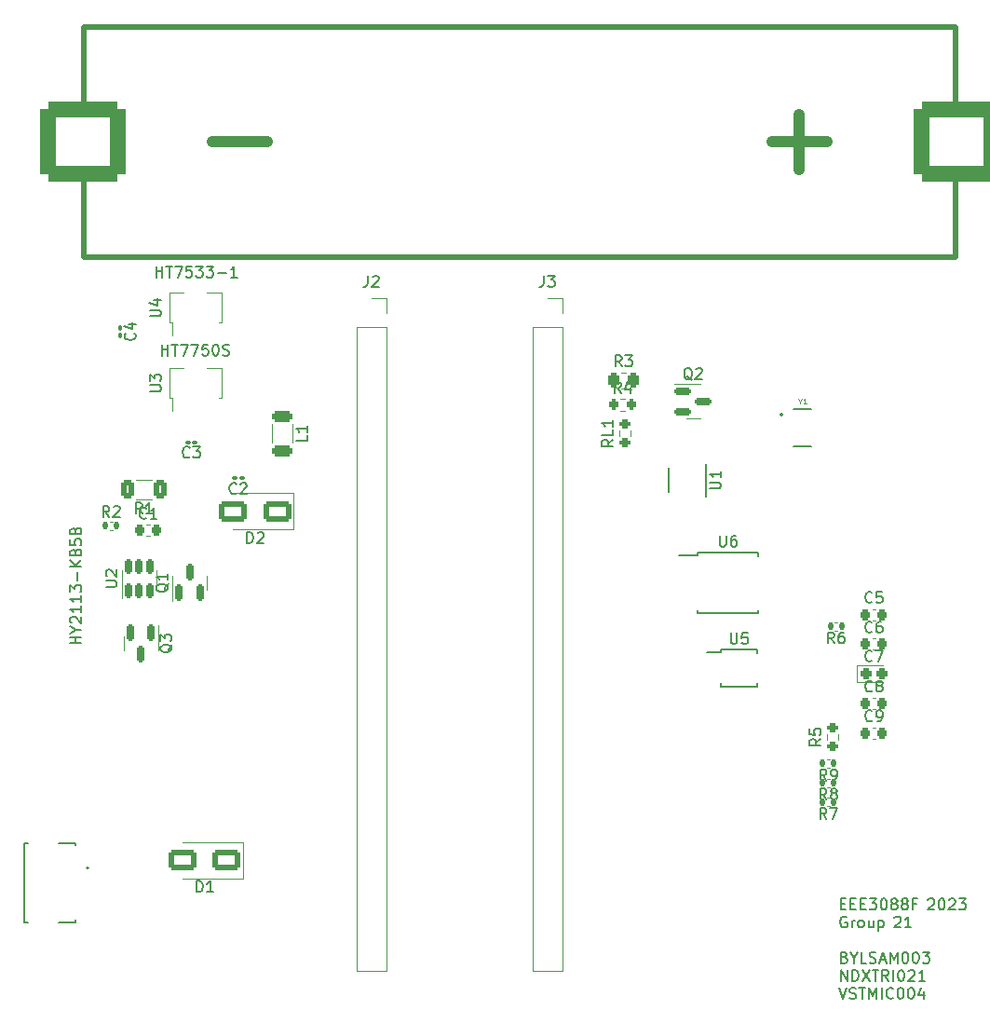
<source format=gbr>
%TF.GenerationSoftware,KiCad,Pcbnew,(7.0.0)*%
%TF.CreationDate,2023-04-14T19:10:38+02:00*%
%TF.ProjectId,Project.kicad_sch,50726f6a-6563-4742-9e6b-696361645f73,rev?*%
%TF.SameCoordinates,Original*%
%TF.FileFunction,Legend,Top*%
%TF.FilePolarity,Positive*%
%FSLAX46Y46*%
G04 Gerber Fmt 4.6, Leading zero omitted, Abs format (unit mm)*
G04 Created by KiCad (PCBNEW (7.0.0)) date 2023-04-14 19:10:38*
%MOMM*%
%LPD*%
G01*
G04 APERTURE LIST*
G04 Aperture macros list*
%AMRoundRect*
0 Rectangle with rounded corners*
0 $1 Rounding radius*
0 $2 $3 $4 $5 $6 $7 $8 $9 X,Y pos of 4 corners*
0 Add a 4 corners polygon primitive as box body*
4,1,4,$2,$3,$4,$5,$6,$7,$8,$9,$2,$3,0*
0 Add four circle primitives for the rounded corners*
1,1,$1+$1,$2,$3*
1,1,$1+$1,$4,$5*
1,1,$1+$1,$6,$7*
1,1,$1+$1,$8,$9*
0 Add four rect primitives between the rounded corners*
20,1,$1+$1,$2,$3,$4,$5,0*
20,1,$1+$1,$4,$5,$6,$7,0*
20,1,$1+$1,$6,$7,$8,$9,0*
20,1,$1+$1,$8,$9,$2,$3,0*%
%AMFreePoly0*
4,1,9,3.862500,-0.866500,0.737500,-0.866500,0.737500,-0.450000,-0.737500,-0.450000,-0.737500,0.450000,0.737500,0.450000,0.737500,0.866500,3.862500,0.866500,3.862500,-0.866500,3.862500,-0.866500,$1*%
G04 Aperture macros list end*
%ADD10C,0.150000*%
%ADD11C,0.120000*%
%ADD12C,0.127000*%
%ADD13C,0.200000*%
%ADD14C,0.500000*%
%ADD15C,1.000000*%
%ADD16RoundRect,0.100000X0.130000X0.100000X-0.130000X0.100000X-0.130000X-0.100000X0.130000X-0.100000X0*%
%ADD17RoundRect,0.150000X-0.587500X-0.150000X0.587500X-0.150000X0.587500X0.150000X-0.587500X0.150000X0*%
%ADD18RoundRect,0.150000X0.150000X-0.512500X0.150000X0.512500X-0.150000X0.512500X-0.150000X-0.512500X0*%
%ADD19RoundRect,0.100000X-0.100000X0.130000X-0.100000X-0.130000X0.100000X-0.130000X0.100000X0.130000X0*%
%ADD20RoundRect,0.135000X0.135000X0.185000X-0.135000X0.185000X-0.135000X-0.185000X0.135000X-0.185000X0*%
%ADD21RoundRect,0.225000X-0.225000X-0.250000X0.225000X-0.250000X0.225000X0.250000X-0.225000X0.250000X0*%
%ADD22RoundRect,0.250000X0.312500X0.625000X-0.312500X0.625000X-0.312500X-0.625000X0.312500X-0.625000X0*%
%ADD23RoundRect,0.200000X-0.200000X-0.275000X0.200000X-0.275000X0.200000X0.275000X-0.200000X0.275000X0*%
%ADD24R,1.700000X1.700000*%
%ADD25O,1.700000X1.700000*%
%ADD26R,1.250000X0.400000*%
%ADD27C,1.300000*%
%ADD28O,2.140000X1.070000*%
%ADD29RoundRect,0.135000X-0.135000X-0.185000X0.135000X-0.185000X0.135000X0.185000X-0.135000X0.185000X0*%
%ADD30RoundRect,0.250000X1.000000X0.650000X-1.000000X0.650000X-1.000000X-0.650000X1.000000X-0.650000X0*%
%ADD31RoundRect,0.735000X-3.150000X-2.940000X3.150000X-2.940000X3.150000X2.940000X-3.150000X2.940000X0*%
%ADD32R,0.900000X1.300000*%
%ADD33FreePoly0,90.000000*%
%ADD34RoundRect,0.150000X-0.150000X0.587500X-0.150000X-0.587500X0.150000X-0.587500X0.150000X0.587500X0*%
%ADD35RoundRect,0.150000X0.150000X-0.587500X0.150000X0.587500X-0.150000X0.587500X-0.150000X-0.587500X0*%
%ADD36R,1.700000X0.650000*%
%ADD37RoundRect,0.200000X0.275000X-0.200000X0.275000X0.200000X-0.275000X0.200000X-0.275000X-0.200000X0*%
%ADD38RoundRect,0.250000X-0.287500X-0.275000X0.287500X-0.275000X0.287500X0.275000X-0.287500X0.275000X0*%
%ADD39R,0.675000X0.575000*%
%ADD40R,0.710000X0.575000*%
%ADD41R,2.225000X0.550000*%
%ADD42R,0.400000X0.600000*%
%ADD43R,2.400000X1.500000*%
%ADD44RoundRect,0.250000X-0.700000X0.275000X-0.700000X-0.275000X0.700000X-0.275000X0.700000X0.275000X0*%
%ADD45RoundRect,0.250000X-0.262500X-0.450000X0.262500X-0.450000X0.262500X0.450000X-0.262500X0.450000X0*%
%ADD46R,1.400000X0.300000*%
G04 APERTURE END LIST*
D10*
X174238095Y-132158571D02*
X174571428Y-132158571D01*
X174714285Y-132682380D02*
X174238095Y-132682380D01*
X174238095Y-132682380D02*
X174238095Y-131682380D01*
X174238095Y-131682380D02*
X174714285Y-131682380D01*
X175142857Y-132158571D02*
X175476190Y-132158571D01*
X175619047Y-132682380D02*
X175142857Y-132682380D01*
X175142857Y-132682380D02*
X175142857Y-131682380D01*
X175142857Y-131682380D02*
X175619047Y-131682380D01*
X176047619Y-132158571D02*
X176380952Y-132158571D01*
X176523809Y-132682380D02*
X176047619Y-132682380D01*
X176047619Y-132682380D02*
X176047619Y-131682380D01*
X176047619Y-131682380D02*
X176523809Y-131682380D01*
X176857143Y-131682380D02*
X177476190Y-131682380D01*
X177476190Y-131682380D02*
X177142857Y-132063333D01*
X177142857Y-132063333D02*
X177285714Y-132063333D01*
X177285714Y-132063333D02*
X177380952Y-132110952D01*
X177380952Y-132110952D02*
X177428571Y-132158571D01*
X177428571Y-132158571D02*
X177476190Y-132253809D01*
X177476190Y-132253809D02*
X177476190Y-132491904D01*
X177476190Y-132491904D02*
X177428571Y-132587142D01*
X177428571Y-132587142D02*
X177380952Y-132634761D01*
X177380952Y-132634761D02*
X177285714Y-132682380D01*
X177285714Y-132682380D02*
X177000000Y-132682380D01*
X177000000Y-132682380D02*
X176904762Y-132634761D01*
X176904762Y-132634761D02*
X176857143Y-132587142D01*
X178095238Y-131682380D02*
X178190476Y-131682380D01*
X178190476Y-131682380D02*
X178285714Y-131730000D01*
X178285714Y-131730000D02*
X178333333Y-131777619D01*
X178333333Y-131777619D02*
X178380952Y-131872857D01*
X178380952Y-131872857D02*
X178428571Y-132063333D01*
X178428571Y-132063333D02*
X178428571Y-132301428D01*
X178428571Y-132301428D02*
X178380952Y-132491904D01*
X178380952Y-132491904D02*
X178333333Y-132587142D01*
X178333333Y-132587142D02*
X178285714Y-132634761D01*
X178285714Y-132634761D02*
X178190476Y-132682380D01*
X178190476Y-132682380D02*
X178095238Y-132682380D01*
X178095238Y-132682380D02*
X178000000Y-132634761D01*
X178000000Y-132634761D02*
X177952381Y-132587142D01*
X177952381Y-132587142D02*
X177904762Y-132491904D01*
X177904762Y-132491904D02*
X177857143Y-132301428D01*
X177857143Y-132301428D02*
X177857143Y-132063333D01*
X177857143Y-132063333D02*
X177904762Y-131872857D01*
X177904762Y-131872857D02*
X177952381Y-131777619D01*
X177952381Y-131777619D02*
X178000000Y-131730000D01*
X178000000Y-131730000D02*
X178095238Y-131682380D01*
X179000000Y-132110952D02*
X178904762Y-132063333D01*
X178904762Y-132063333D02*
X178857143Y-132015714D01*
X178857143Y-132015714D02*
X178809524Y-131920476D01*
X178809524Y-131920476D02*
X178809524Y-131872857D01*
X178809524Y-131872857D02*
X178857143Y-131777619D01*
X178857143Y-131777619D02*
X178904762Y-131730000D01*
X178904762Y-131730000D02*
X179000000Y-131682380D01*
X179000000Y-131682380D02*
X179190476Y-131682380D01*
X179190476Y-131682380D02*
X179285714Y-131730000D01*
X179285714Y-131730000D02*
X179333333Y-131777619D01*
X179333333Y-131777619D02*
X179380952Y-131872857D01*
X179380952Y-131872857D02*
X179380952Y-131920476D01*
X179380952Y-131920476D02*
X179333333Y-132015714D01*
X179333333Y-132015714D02*
X179285714Y-132063333D01*
X179285714Y-132063333D02*
X179190476Y-132110952D01*
X179190476Y-132110952D02*
X179000000Y-132110952D01*
X179000000Y-132110952D02*
X178904762Y-132158571D01*
X178904762Y-132158571D02*
X178857143Y-132206190D01*
X178857143Y-132206190D02*
X178809524Y-132301428D01*
X178809524Y-132301428D02*
X178809524Y-132491904D01*
X178809524Y-132491904D02*
X178857143Y-132587142D01*
X178857143Y-132587142D02*
X178904762Y-132634761D01*
X178904762Y-132634761D02*
X179000000Y-132682380D01*
X179000000Y-132682380D02*
X179190476Y-132682380D01*
X179190476Y-132682380D02*
X179285714Y-132634761D01*
X179285714Y-132634761D02*
X179333333Y-132587142D01*
X179333333Y-132587142D02*
X179380952Y-132491904D01*
X179380952Y-132491904D02*
X179380952Y-132301428D01*
X179380952Y-132301428D02*
X179333333Y-132206190D01*
X179333333Y-132206190D02*
X179285714Y-132158571D01*
X179285714Y-132158571D02*
X179190476Y-132110952D01*
X179952381Y-132110952D02*
X179857143Y-132063333D01*
X179857143Y-132063333D02*
X179809524Y-132015714D01*
X179809524Y-132015714D02*
X179761905Y-131920476D01*
X179761905Y-131920476D02*
X179761905Y-131872857D01*
X179761905Y-131872857D02*
X179809524Y-131777619D01*
X179809524Y-131777619D02*
X179857143Y-131730000D01*
X179857143Y-131730000D02*
X179952381Y-131682380D01*
X179952381Y-131682380D02*
X180142857Y-131682380D01*
X180142857Y-131682380D02*
X180238095Y-131730000D01*
X180238095Y-131730000D02*
X180285714Y-131777619D01*
X180285714Y-131777619D02*
X180333333Y-131872857D01*
X180333333Y-131872857D02*
X180333333Y-131920476D01*
X180333333Y-131920476D02*
X180285714Y-132015714D01*
X180285714Y-132015714D02*
X180238095Y-132063333D01*
X180238095Y-132063333D02*
X180142857Y-132110952D01*
X180142857Y-132110952D02*
X179952381Y-132110952D01*
X179952381Y-132110952D02*
X179857143Y-132158571D01*
X179857143Y-132158571D02*
X179809524Y-132206190D01*
X179809524Y-132206190D02*
X179761905Y-132301428D01*
X179761905Y-132301428D02*
X179761905Y-132491904D01*
X179761905Y-132491904D02*
X179809524Y-132587142D01*
X179809524Y-132587142D02*
X179857143Y-132634761D01*
X179857143Y-132634761D02*
X179952381Y-132682380D01*
X179952381Y-132682380D02*
X180142857Y-132682380D01*
X180142857Y-132682380D02*
X180238095Y-132634761D01*
X180238095Y-132634761D02*
X180285714Y-132587142D01*
X180285714Y-132587142D02*
X180333333Y-132491904D01*
X180333333Y-132491904D02*
X180333333Y-132301428D01*
X180333333Y-132301428D02*
X180285714Y-132206190D01*
X180285714Y-132206190D02*
X180238095Y-132158571D01*
X180238095Y-132158571D02*
X180142857Y-132110952D01*
X181095238Y-132158571D02*
X180761905Y-132158571D01*
X180761905Y-132682380D02*
X180761905Y-131682380D01*
X180761905Y-131682380D02*
X181238095Y-131682380D01*
X182171429Y-131777619D02*
X182219048Y-131730000D01*
X182219048Y-131730000D02*
X182314286Y-131682380D01*
X182314286Y-131682380D02*
X182552381Y-131682380D01*
X182552381Y-131682380D02*
X182647619Y-131730000D01*
X182647619Y-131730000D02*
X182695238Y-131777619D01*
X182695238Y-131777619D02*
X182742857Y-131872857D01*
X182742857Y-131872857D02*
X182742857Y-131968095D01*
X182742857Y-131968095D02*
X182695238Y-132110952D01*
X182695238Y-132110952D02*
X182123810Y-132682380D01*
X182123810Y-132682380D02*
X182742857Y-132682380D01*
X183361905Y-131682380D02*
X183457143Y-131682380D01*
X183457143Y-131682380D02*
X183552381Y-131730000D01*
X183552381Y-131730000D02*
X183600000Y-131777619D01*
X183600000Y-131777619D02*
X183647619Y-131872857D01*
X183647619Y-131872857D02*
X183695238Y-132063333D01*
X183695238Y-132063333D02*
X183695238Y-132301428D01*
X183695238Y-132301428D02*
X183647619Y-132491904D01*
X183647619Y-132491904D02*
X183600000Y-132587142D01*
X183600000Y-132587142D02*
X183552381Y-132634761D01*
X183552381Y-132634761D02*
X183457143Y-132682380D01*
X183457143Y-132682380D02*
X183361905Y-132682380D01*
X183361905Y-132682380D02*
X183266667Y-132634761D01*
X183266667Y-132634761D02*
X183219048Y-132587142D01*
X183219048Y-132587142D02*
X183171429Y-132491904D01*
X183171429Y-132491904D02*
X183123810Y-132301428D01*
X183123810Y-132301428D02*
X183123810Y-132063333D01*
X183123810Y-132063333D02*
X183171429Y-131872857D01*
X183171429Y-131872857D02*
X183219048Y-131777619D01*
X183219048Y-131777619D02*
X183266667Y-131730000D01*
X183266667Y-131730000D02*
X183361905Y-131682380D01*
X184076191Y-131777619D02*
X184123810Y-131730000D01*
X184123810Y-131730000D02*
X184219048Y-131682380D01*
X184219048Y-131682380D02*
X184457143Y-131682380D01*
X184457143Y-131682380D02*
X184552381Y-131730000D01*
X184552381Y-131730000D02*
X184600000Y-131777619D01*
X184600000Y-131777619D02*
X184647619Y-131872857D01*
X184647619Y-131872857D02*
X184647619Y-131968095D01*
X184647619Y-131968095D02*
X184600000Y-132110952D01*
X184600000Y-132110952D02*
X184028572Y-132682380D01*
X184028572Y-132682380D02*
X184647619Y-132682380D01*
X184980953Y-131682380D02*
X185600000Y-131682380D01*
X185600000Y-131682380D02*
X185266667Y-132063333D01*
X185266667Y-132063333D02*
X185409524Y-132063333D01*
X185409524Y-132063333D02*
X185504762Y-132110952D01*
X185504762Y-132110952D02*
X185552381Y-132158571D01*
X185552381Y-132158571D02*
X185600000Y-132253809D01*
X185600000Y-132253809D02*
X185600000Y-132491904D01*
X185600000Y-132491904D02*
X185552381Y-132587142D01*
X185552381Y-132587142D02*
X185504762Y-132634761D01*
X185504762Y-132634761D02*
X185409524Y-132682380D01*
X185409524Y-132682380D02*
X185123810Y-132682380D01*
X185123810Y-132682380D02*
X185028572Y-132634761D01*
X185028572Y-132634761D02*
X184980953Y-132587142D01*
X174761904Y-133350000D02*
X174666666Y-133302380D01*
X174666666Y-133302380D02*
X174523809Y-133302380D01*
X174523809Y-133302380D02*
X174380952Y-133350000D01*
X174380952Y-133350000D02*
X174285714Y-133445238D01*
X174285714Y-133445238D02*
X174238095Y-133540476D01*
X174238095Y-133540476D02*
X174190476Y-133730952D01*
X174190476Y-133730952D02*
X174190476Y-133873809D01*
X174190476Y-133873809D02*
X174238095Y-134064285D01*
X174238095Y-134064285D02*
X174285714Y-134159523D01*
X174285714Y-134159523D02*
X174380952Y-134254761D01*
X174380952Y-134254761D02*
X174523809Y-134302380D01*
X174523809Y-134302380D02*
X174619047Y-134302380D01*
X174619047Y-134302380D02*
X174761904Y-134254761D01*
X174761904Y-134254761D02*
X174809523Y-134207142D01*
X174809523Y-134207142D02*
X174809523Y-133873809D01*
X174809523Y-133873809D02*
X174619047Y-133873809D01*
X175238095Y-134302380D02*
X175238095Y-133635714D01*
X175238095Y-133826190D02*
X175285714Y-133730952D01*
X175285714Y-133730952D02*
X175333333Y-133683333D01*
X175333333Y-133683333D02*
X175428571Y-133635714D01*
X175428571Y-133635714D02*
X175523809Y-133635714D01*
X176000000Y-134302380D02*
X175904762Y-134254761D01*
X175904762Y-134254761D02*
X175857143Y-134207142D01*
X175857143Y-134207142D02*
X175809524Y-134111904D01*
X175809524Y-134111904D02*
X175809524Y-133826190D01*
X175809524Y-133826190D02*
X175857143Y-133730952D01*
X175857143Y-133730952D02*
X175904762Y-133683333D01*
X175904762Y-133683333D02*
X176000000Y-133635714D01*
X176000000Y-133635714D02*
X176142857Y-133635714D01*
X176142857Y-133635714D02*
X176238095Y-133683333D01*
X176238095Y-133683333D02*
X176285714Y-133730952D01*
X176285714Y-133730952D02*
X176333333Y-133826190D01*
X176333333Y-133826190D02*
X176333333Y-134111904D01*
X176333333Y-134111904D02*
X176285714Y-134207142D01*
X176285714Y-134207142D02*
X176238095Y-134254761D01*
X176238095Y-134254761D02*
X176142857Y-134302380D01*
X176142857Y-134302380D02*
X176000000Y-134302380D01*
X177190476Y-133635714D02*
X177190476Y-134302380D01*
X176761905Y-133635714D02*
X176761905Y-134159523D01*
X176761905Y-134159523D02*
X176809524Y-134254761D01*
X176809524Y-134254761D02*
X176904762Y-134302380D01*
X176904762Y-134302380D02*
X177047619Y-134302380D01*
X177047619Y-134302380D02*
X177142857Y-134254761D01*
X177142857Y-134254761D02*
X177190476Y-134207142D01*
X177666667Y-133635714D02*
X177666667Y-134635714D01*
X177666667Y-133683333D02*
X177761905Y-133635714D01*
X177761905Y-133635714D02*
X177952381Y-133635714D01*
X177952381Y-133635714D02*
X178047619Y-133683333D01*
X178047619Y-133683333D02*
X178095238Y-133730952D01*
X178095238Y-133730952D02*
X178142857Y-133826190D01*
X178142857Y-133826190D02*
X178142857Y-134111904D01*
X178142857Y-134111904D02*
X178095238Y-134207142D01*
X178095238Y-134207142D02*
X178047619Y-134254761D01*
X178047619Y-134254761D02*
X177952381Y-134302380D01*
X177952381Y-134302380D02*
X177761905Y-134302380D01*
X177761905Y-134302380D02*
X177666667Y-134254761D01*
X179123810Y-133397619D02*
X179171429Y-133350000D01*
X179171429Y-133350000D02*
X179266667Y-133302380D01*
X179266667Y-133302380D02*
X179504762Y-133302380D01*
X179504762Y-133302380D02*
X179600000Y-133350000D01*
X179600000Y-133350000D02*
X179647619Y-133397619D01*
X179647619Y-133397619D02*
X179695238Y-133492857D01*
X179695238Y-133492857D02*
X179695238Y-133588095D01*
X179695238Y-133588095D02*
X179647619Y-133730952D01*
X179647619Y-133730952D02*
X179076191Y-134302380D01*
X179076191Y-134302380D02*
X179695238Y-134302380D01*
X180647619Y-134302380D02*
X180076191Y-134302380D01*
X180361905Y-134302380D02*
X180361905Y-133302380D01*
X180361905Y-133302380D02*
X180266667Y-133445238D01*
X180266667Y-133445238D02*
X180171429Y-133540476D01*
X180171429Y-133540476D02*
X180076191Y-133588095D01*
X174571428Y-137018571D02*
X174714285Y-137066190D01*
X174714285Y-137066190D02*
X174761904Y-137113809D01*
X174761904Y-137113809D02*
X174809523Y-137209047D01*
X174809523Y-137209047D02*
X174809523Y-137351904D01*
X174809523Y-137351904D02*
X174761904Y-137447142D01*
X174761904Y-137447142D02*
X174714285Y-137494761D01*
X174714285Y-137494761D02*
X174619047Y-137542380D01*
X174619047Y-137542380D02*
X174238095Y-137542380D01*
X174238095Y-137542380D02*
X174238095Y-136542380D01*
X174238095Y-136542380D02*
X174571428Y-136542380D01*
X174571428Y-136542380D02*
X174666666Y-136590000D01*
X174666666Y-136590000D02*
X174714285Y-136637619D01*
X174714285Y-136637619D02*
X174761904Y-136732857D01*
X174761904Y-136732857D02*
X174761904Y-136828095D01*
X174761904Y-136828095D02*
X174714285Y-136923333D01*
X174714285Y-136923333D02*
X174666666Y-136970952D01*
X174666666Y-136970952D02*
X174571428Y-137018571D01*
X174571428Y-137018571D02*
X174238095Y-137018571D01*
X175428571Y-137066190D02*
X175428571Y-137542380D01*
X175095238Y-136542380D02*
X175428571Y-137066190D01*
X175428571Y-137066190D02*
X175761904Y-136542380D01*
X176571428Y-137542380D02*
X176095238Y-137542380D01*
X176095238Y-137542380D02*
X176095238Y-136542380D01*
X176857143Y-137494761D02*
X177000000Y-137542380D01*
X177000000Y-137542380D02*
X177238095Y-137542380D01*
X177238095Y-137542380D02*
X177333333Y-137494761D01*
X177333333Y-137494761D02*
X177380952Y-137447142D01*
X177380952Y-137447142D02*
X177428571Y-137351904D01*
X177428571Y-137351904D02*
X177428571Y-137256666D01*
X177428571Y-137256666D02*
X177380952Y-137161428D01*
X177380952Y-137161428D02*
X177333333Y-137113809D01*
X177333333Y-137113809D02*
X177238095Y-137066190D01*
X177238095Y-137066190D02*
X177047619Y-137018571D01*
X177047619Y-137018571D02*
X176952381Y-136970952D01*
X176952381Y-136970952D02*
X176904762Y-136923333D01*
X176904762Y-136923333D02*
X176857143Y-136828095D01*
X176857143Y-136828095D02*
X176857143Y-136732857D01*
X176857143Y-136732857D02*
X176904762Y-136637619D01*
X176904762Y-136637619D02*
X176952381Y-136590000D01*
X176952381Y-136590000D02*
X177047619Y-136542380D01*
X177047619Y-136542380D02*
X177285714Y-136542380D01*
X177285714Y-136542380D02*
X177428571Y-136590000D01*
X177809524Y-137256666D02*
X178285714Y-137256666D01*
X177714286Y-137542380D02*
X178047619Y-136542380D01*
X178047619Y-136542380D02*
X178380952Y-137542380D01*
X178714286Y-137542380D02*
X178714286Y-136542380D01*
X178714286Y-136542380D02*
X179047619Y-137256666D01*
X179047619Y-137256666D02*
X179380952Y-136542380D01*
X179380952Y-136542380D02*
X179380952Y-137542380D01*
X180047619Y-136542380D02*
X180142857Y-136542380D01*
X180142857Y-136542380D02*
X180238095Y-136590000D01*
X180238095Y-136590000D02*
X180285714Y-136637619D01*
X180285714Y-136637619D02*
X180333333Y-136732857D01*
X180333333Y-136732857D02*
X180380952Y-136923333D01*
X180380952Y-136923333D02*
X180380952Y-137161428D01*
X180380952Y-137161428D02*
X180333333Y-137351904D01*
X180333333Y-137351904D02*
X180285714Y-137447142D01*
X180285714Y-137447142D02*
X180238095Y-137494761D01*
X180238095Y-137494761D02*
X180142857Y-137542380D01*
X180142857Y-137542380D02*
X180047619Y-137542380D01*
X180047619Y-137542380D02*
X179952381Y-137494761D01*
X179952381Y-137494761D02*
X179904762Y-137447142D01*
X179904762Y-137447142D02*
X179857143Y-137351904D01*
X179857143Y-137351904D02*
X179809524Y-137161428D01*
X179809524Y-137161428D02*
X179809524Y-136923333D01*
X179809524Y-136923333D02*
X179857143Y-136732857D01*
X179857143Y-136732857D02*
X179904762Y-136637619D01*
X179904762Y-136637619D02*
X179952381Y-136590000D01*
X179952381Y-136590000D02*
X180047619Y-136542380D01*
X181000000Y-136542380D02*
X181095238Y-136542380D01*
X181095238Y-136542380D02*
X181190476Y-136590000D01*
X181190476Y-136590000D02*
X181238095Y-136637619D01*
X181238095Y-136637619D02*
X181285714Y-136732857D01*
X181285714Y-136732857D02*
X181333333Y-136923333D01*
X181333333Y-136923333D02*
X181333333Y-137161428D01*
X181333333Y-137161428D02*
X181285714Y-137351904D01*
X181285714Y-137351904D02*
X181238095Y-137447142D01*
X181238095Y-137447142D02*
X181190476Y-137494761D01*
X181190476Y-137494761D02*
X181095238Y-137542380D01*
X181095238Y-137542380D02*
X181000000Y-137542380D01*
X181000000Y-137542380D02*
X180904762Y-137494761D01*
X180904762Y-137494761D02*
X180857143Y-137447142D01*
X180857143Y-137447142D02*
X180809524Y-137351904D01*
X180809524Y-137351904D02*
X180761905Y-137161428D01*
X180761905Y-137161428D02*
X180761905Y-136923333D01*
X180761905Y-136923333D02*
X180809524Y-136732857D01*
X180809524Y-136732857D02*
X180857143Y-136637619D01*
X180857143Y-136637619D02*
X180904762Y-136590000D01*
X180904762Y-136590000D02*
X181000000Y-136542380D01*
X181666667Y-136542380D02*
X182285714Y-136542380D01*
X182285714Y-136542380D02*
X181952381Y-136923333D01*
X181952381Y-136923333D02*
X182095238Y-136923333D01*
X182095238Y-136923333D02*
X182190476Y-136970952D01*
X182190476Y-136970952D02*
X182238095Y-137018571D01*
X182238095Y-137018571D02*
X182285714Y-137113809D01*
X182285714Y-137113809D02*
X182285714Y-137351904D01*
X182285714Y-137351904D02*
X182238095Y-137447142D01*
X182238095Y-137447142D02*
X182190476Y-137494761D01*
X182190476Y-137494761D02*
X182095238Y-137542380D01*
X182095238Y-137542380D02*
X181809524Y-137542380D01*
X181809524Y-137542380D02*
X181714286Y-137494761D01*
X181714286Y-137494761D02*
X181666667Y-137447142D01*
X174238095Y-139162380D02*
X174238095Y-138162380D01*
X174238095Y-138162380D02*
X174809523Y-139162380D01*
X174809523Y-139162380D02*
X174809523Y-138162380D01*
X175285714Y-139162380D02*
X175285714Y-138162380D01*
X175285714Y-138162380D02*
X175523809Y-138162380D01*
X175523809Y-138162380D02*
X175666666Y-138210000D01*
X175666666Y-138210000D02*
X175761904Y-138305238D01*
X175761904Y-138305238D02*
X175809523Y-138400476D01*
X175809523Y-138400476D02*
X175857142Y-138590952D01*
X175857142Y-138590952D02*
X175857142Y-138733809D01*
X175857142Y-138733809D02*
X175809523Y-138924285D01*
X175809523Y-138924285D02*
X175761904Y-139019523D01*
X175761904Y-139019523D02*
X175666666Y-139114761D01*
X175666666Y-139114761D02*
X175523809Y-139162380D01*
X175523809Y-139162380D02*
X175285714Y-139162380D01*
X176190476Y-138162380D02*
X176857142Y-139162380D01*
X176857142Y-138162380D02*
X176190476Y-139162380D01*
X177095238Y-138162380D02*
X177666666Y-138162380D01*
X177380952Y-139162380D02*
X177380952Y-138162380D01*
X178571428Y-139162380D02*
X178238095Y-138686190D01*
X178000000Y-139162380D02*
X178000000Y-138162380D01*
X178000000Y-138162380D02*
X178380952Y-138162380D01*
X178380952Y-138162380D02*
X178476190Y-138210000D01*
X178476190Y-138210000D02*
X178523809Y-138257619D01*
X178523809Y-138257619D02*
X178571428Y-138352857D01*
X178571428Y-138352857D02*
X178571428Y-138495714D01*
X178571428Y-138495714D02*
X178523809Y-138590952D01*
X178523809Y-138590952D02*
X178476190Y-138638571D01*
X178476190Y-138638571D02*
X178380952Y-138686190D01*
X178380952Y-138686190D02*
X178000000Y-138686190D01*
X179000000Y-139162380D02*
X179000000Y-138162380D01*
X179666666Y-138162380D02*
X179761904Y-138162380D01*
X179761904Y-138162380D02*
X179857142Y-138210000D01*
X179857142Y-138210000D02*
X179904761Y-138257619D01*
X179904761Y-138257619D02*
X179952380Y-138352857D01*
X179952380Y-138352857D02*
X179999999Y-138543333D01*
X179999999Y-138543333D02*
X179999999Y-138781428D01*
X179999999Y-138781428D02*
X179952380Y-138971904D01*
X179952380Y-138971904D02*
X179904761Y-139067142D01*
X179904761Y-139067142D02*
X179857142Y-139114761D01*
X179857142Y-139114761D02*
X179761904Y-139162380D01*
X179761904Y-139162380D02*
X179666666Y-139162380D01*
X179666666Y-139162380D02*
X179571428Y-139114761D01*
X179571428Y-139114761D02*
X179523809Y-139067142D01*
X179523809Y-139067142D02*
X179476190Y-138971904D01*
X179476190Y-138971904D02*
X179428571Y-138781428D01*
X179428571Y-138781428D02*
X179428571Y-138543333D01*
X179428571Y-138543333D02*
X179476190Y-138352857D01*
X179476190Y-138352857D02*
X179523809Y-138257619D01*
X179523809Y-138257619D02*
X179571428Y-138210000D01*
X179571428Y-138210000D02*
X179666666Y-138162380D01*
X180380952Y-138257619D02*
X180428571Y-138210000D01*
X180428571Y-138210000D02*
X180523809Y-138162380D01*
X180523809Y-138162380D02*
X180761904Y-138162380D01*
X180761904Y-138162380D02*
X180857142Y-138210000D01*
X180857142Y-138210000D02*
X180904761Y-138257619D01*
X180904761Y-138257619D02*
X180952380Y-138352857D01*
X180952380Y-138352857D02*
X180952380Y-138448095D01*
X180952380Y-138448095D02*
X180904761Y-138590952D01*
X180904761Y-138590952D02*
X180333333Y-139162380D01*
X180333333Y-139162380D02*
X180952380Y-139162380D01*
X181904761Y-139162380D02*
X181333333Y-139162380D01*
X181619047Y-139162380D02*
X181619047Y-138162380D01*
X181619047Y-138162380D02*
X181523809Y-138305238D01*
X181523809Y-138305238D02*
X181428571Y-138400476D01*
X181428571Y-138400476D02*
X181333333Y-138448095D01*
X174095238Y-139782380D02*
X174428571Y-140782380D01*
X174428571Y-140782380D02*
X174761904Y-139782380D01*
X175047619Y-140734761D02*
X175190476Y-140782380D01*
X175190476Y-140782380D02*
X175428571Y-140782380D01*
X175428571Y-140782380D02*
X175523809Y-140734761D01*
X175523809Y-140734761D02*
X175571428Y-140687142D01*
X175571428Y-140687142D02*
X175619047Y-140591904D01*
X175619047Y-140591904D02*
X175619047Y-140496666D01*
X175619047Y-140496666D02*
X175571428Y-140401428D01*
X175571428Y-140401428D02*
X175523809Y-140353809D01*
X175523809Y-140353809D02*
X175428571Y-140306190D01*
X175428571Y-140306190D02*
X175238095Y-140258571D01*
X175238095Y-140258571D02*
X175142857Y-140210952D01*
X175142857Y-140210952D02*
X175095238Y-140163333D01*
X175095238Y-140163333D02*
X175047619Y-140068095D01*
X175047619Y-140068095D02*
X175047619Y-139972857D01*
X175047619Y-139972857D02*
X175095238Y-139877619D01*
X175095238Y-139877619D02*
X175142857Y-139830000D01*
X175142857Y-139830000D02*
X175238095Y-139782380D01*
X175238095Y-139782380D02*
X175476190Y-139782380D01*
X175476190Y-139782380D02*
X175619047Y-139830000D01*
X175904762Y-139782380D02*
X176476190Y-139782380D01*
X176190476Y-140782380D02*
X176190476Y-139782380D01*
X176809524Y-140782380D02*
X176809524Y-139782380D01*
X176809524Y-139782380D02*
X177142857Y-140496666D01*
X177142857Y-140496666D02*
X177476190Y-139782380D01*
X177476190Y-139782380D02*
X177476190Y-140782380D01*
X177952381Y-140782380D02*
X177952381Y-139782380D01*
X178999999Y-140687142D02*
X178952380Y-140734761D01*
X178952380Y-140734761D02*
X178809523Y-140782380D01*
X178809523Y-140782380D02*
X178714285Y-140782380D01*
X178714285Y-140782380D02*
X178571428Y-140734761D01*
X178571428Y-140734761D02*
X178476190Y-140639523D01*
X178476190Y-140639523D02*
X178428571Y-140544285D01*
X178428571Y-140544285D02*
X178380952Y-140353809D01*
X178380952Y-140353809D02*
X178380952Y-140210952D01*
X178380952Y-140210952D02*
X178428571Y-140020476D01*
X178428571Y-140020476D02*
X178476190Y-139925238D01*
X178476190Y-139925238D02*
X178571428Y-139830000D01*
X178571428Y-139830000D02*
X178714285Y-139782380D01*
X178714285Y-139782380D02*
X178809523Y-139782380D01*
X178809523Y-139782380D02*
X178952380Y-139830000D01*
X178952380Y-139830000D02*
X178999999Y-139877619D01*
X179619047Y-139782380D02*
X179714285Y-139782380D01*
X179714285Y-139782380D02*
X179809523Y-139830000D01*
X179809523Y-139830000D02*
X179857142Y-139877619D01*
X179857142Y-139877619D02*
X179904761Y-139972857D01*
X179904761Y-139972857D02*
X179952380Y-140163333D01*
X179952380Y-140163333D02*
X179952380Y-140401428D01*
X179952380Y-140401428D02*
X179904761Y-140591904D01*
X179904761Y-140591904D02*
X179857142Y-140687142D01*
X179857142Y-140687142D02*
X179809523Y-140734761D01*
X179809523Y-140734761D02*
X179714285Y-140782380D01*
X179714285Y-140782380D02*
X179619047Y-140782380D01*
X179619047Y-140782380D02*
X179523809Y-140734761D01*
X179523809Y-140734761D02*
X179476190Y-140687142D01*
X179476190Y-140687142D02*
X179428571Y-140591904D01*
X179428571Y-140591904D02*
X179380952Y-140401428D01*
X179380952Y-140401428D02*
X179380952Y-140163333D01*
X179380952Y-140163333D02*
X179428571Y-139972857D01*
X179428571Y-139972857D02*
X179476190Y-139877619D01*
X179476190Y-139877619D02*
X179523809Y-139830000D01*
X179523809Y-139830000D02*
X179619047Y-139782380D01*
X180571428Y-139782380D02*
X180666666Y-139782380D01*
X180666666Y-139782380D02*
X180761904Y-139830000D01*
X180761904Y-139830000D02*
X180809523Y-139877619D01*
X180809523Y-139877619D02*
X180857142Y-139972857D01*
X180857142Y-139972857D02*
X180904761Y-140163333D01*
X180904761Y-140163333D02*
X180904761Y-140401428D01*
X180904761Y-140401428D02*
X180857142Y-140591904D01*
X180857142Y-140591904D02*
X180809523Y-140687142D01*
X180809523Y-140687142D02*
X180761904Y-140734761D01*
X180761904Y-140734761D02*
X180666666Y-140782380D01*
X180666666Y-140782380D02*
X180571428Y-140782380D01*
X180571428Y-140782380D02*
X180476190Y-140734761D01*
X180476190Y-140734761D02*
X180428571Y-140687142D01*
X180428571Y-140687142D02*
X180380952Y-140591904D01*
X180380952Y-140591904D02*
X180333333Y-140401428D01*
X180333333Y-140401428D02*
X180333333Y-140163333D01*
X180333333Y-140163333D02*
X180380952Y-139972857D01*
X180380952Y-139972857D02*
X180428571Y-139877619D01*
X180428571Y-139877619D02*
X180476190Y-139830000D01*
X180476190Y-139830000D02*
X180571428Y-139782380D01*
X181761904Y-140115714D02*
X181761904Y-140782380D01*
X181523809Y-139734761D02*
X181285714Y-140449047D01*
X181285714Y-140449047D02*
X181904761Y-140449047D01*
X111998095Y-75220380D02*
X111998095Y-74220380D01*
X111998095Y-74696571D02*
X112569523Y-74696571D01*
X112569523Y-75220380D02*
X112569523Y-74220380D01*
X112902857Y-74220380D02*
X113474285Y-74220380D01*
X113188571Y-75220380D02*
X113188571Y-74220380D01*
X113712381Y-74220380D02*
X114379047Y-74220380D01*
X114379047Y-74220380D02*
X113950476Y-75220380D01*
X115236190Y-74220380D02*
X114760000Y-74220380D01*
X114760000Y-74220380D02*
X114712381Y-74696571D01*
X114712381Y-74696571D02*
X114760000Y-74648952D01*
X114760000Y-74648952D02*
X114855238Y-74601333D01*
X114855238Y-74601333D02*
X115093333Y-74601333D01*
X115093333Y-74601333D02*
X115188571Y-74648952D01*
X115188571Y-74648952D02*
X115236190Y-74696571D01*
X115236190Y-74696571D02*
X115283809Y-74791809D01*
X115283809Y-74791809D02*
X115283809Y-75029904D01*
X115283809Y-75029904D02*
X115236190Y-75125142D01*
X115236190Y-75125142D02*
X115188571Y-75172761D01*
X115188571Y-75172761D02*
X115093333Y-75220380D01*
X115093333Y-75220380D02*
X114855238Y-75220380D01*
X114855238Y-75220380D02*
X114760000Y-75172761D01*
X114760000Y-75172761D02*
X114712381Y-75125142D01*
X115617143Y-74220380D02*
X116236190Y-74220380D01*
X116236190Y-74220380D02*
X115902857Y-74601333D01*
X115902857Y-74601333D02*
X116045714Y-74601333D01*
X116045714Y-74601333D02*
X116140952Y-74648952D01*
X116140952Y-74648952D02*
X116188571Y-74696571D01*
X116188571Y-74696571D02*
X116236190Y-74791809D01*
X116236190Y-74791809D02*
X116236190Y-75029904D01*
X116236190Y-75029904D02*
X116188571Y-75125142D01*
X116188571Y-75125142D02*
X116140952Y-75172761D01*
X116140952Y-75172761D02*
X116045714Y-75220380D01*
X116045714Y-75220380D02*
X115760000Y-75220380D01*
X115760000Y-75220380D02*
X115664762Y-75172761D01*
X115664762Y-75172761D02*
X115617143Y-75125142D01*
X116569524Y-74220380D02*
X117188571Y-74220380D01*
X117188571Y-74220380D02*
X116855238Y-74601333D01*
X116855238Y-74601333D02*
X116998095Y-74601333D01*
X116998095Y-74601333D02*
X117093333Y-74648952D01*
X117093333Y-74648952D02*
X117140952Y-74696571D01*
X117140952Y-74696571D02*
X117188571Y-74791809D01*
X117188571Y-74791809D02*
X117188571Y-75029904D01*
X117188571Y-75029904D02*
X117140952Y-75125142D01*
X117140952Y-75125142D02*
X117093333Y-75172761D01*
X117093333Y-75172761D02*
X116998095Y-75220380D01*
X116998095Y-75220380D02*
X116712381Y-75220380D01*
X116712381Y-75220380D02*
X116617143Y-75172761D01*
X116617143Y-75172761D02*
X116569524Y-75125142D01*
X117617143Y-74839428D02*
X118379048Y-74839428D01*
X119379047Y-75220380D02*
X118807619Y-75220380D01*
X119093333Y-75220380D02*
X119093333Y-74220380D01*
X119093333Y-74220380D02*
X118998095Y-74363238D01*
X118998095Y-74363238D02*
X118902857Y-74458476D01*
X118902857Y-74458476D02*
X118807619Y-74506095D01*
X105192380Y-108473904D02*
X104192380Y-108473904D01*
X104668571Y-108473904D02*
X104668571Y-107902476D01*
X105192380Y-107902476D02*
X104192380Y-107902476D01*
X104716190Y-107235809D02*
X105192380Y-107235809D01*
X104192380Y-107569142D02*
X104716190Y-107235809D01*
X104716190Y-107235809D02*
X104192380Y-106902476D01*
X104287619Y-106616761D02*
X104240000Y-106569142D01*
X104240000Y-106569142D02*
X104192380Y-106473904D01*
X104192380Y-106473904D02*
X104192380Y-106235809D01*
X104192380Y-106235809D02*
X104240000Y-106140571D01*
X104240000Y-106140571D02*
X104287619Y-106092952D01*
X104287619Y-106092952D02*
X104382857Y-106045333D01*
X104382857Y-106045333D02*
X104478095Y-106045333D01*
X104478095Y-106045333D02*
X104620952Y-106092952D01*
X104620952Y-106092952D02*
X105192380Y-106664380D01*
X105192380Y-106664380D02*
X105192380Y-106045333D01*
X105192380Y-105092952D02*
X105192380Y-105664380D01*
X105192380Y-105378666D02*
X104192380Y-105378666D01*
X104192380Y-105378666D02*
X104335238Y-105473904D01*
X104335238Y-105473904D02*
X104430476Y-105569142D01*
X104430476Y-105569142D02*
X104478095Y-105664380D01*
X105192380Y-104140571D02*
X105192380Y-104711999D01*
X105192380Y-104426285D02*
X104192380Y-104426285D01*
X104192380Y-104426285D02*
X104335238Y-104521523D01*
X104335238Y-104521523D02*
X104430476Y-104616761D01*
X104430476Y-104616761D02*
X104478095Y-104711999D01*
X104192380Y-103807237D02*
X104192380Y-103188190D01*
X104192380Y-103188190D02*
X104573333Y-103521523D01*
X104573333Y-103521523D02*
X104573333Y-103378666D01*
X104573333Y-103378666D02*
X104620952Y-103283428D01*
X104620952Y-103283428D02*
X104668571Y-103235809D01*
X104668571Y-103235809D02*
X104763809Y-103188190D01*
X104763809Y-103188190D02*
X105001904Y-103188190D01*
X105001904Y-103188190D02*
X105097142Y-103235809D01*
X105097142Y-103235809D02*
X105144761Y-103283428D01*
X105144761Y-103283428D02*
X105192380Y-103378666D01*
X105192380Y-103378666D02*
X105192380Y-103664380D01*
X105192380Y-103664380D02*
X105144761Y-103759618D01*
X105144761Y-103759618D02*
X105097142Y-103807237D01*
X104811428Y-102759618D02*
X104811428Y-101997714D01*
X105192380Y-101521523D02*
X104192380Y-101521523D01*
X105192380Y-100950095D02*
X104620952Y-101378666D01*
X104192380Y-100950095D02*
X104763809Y-101521523D01*
X104668571Y-100188190D02*
X104716190Y-100045333D01*
X104716190Y-100045333D02*
X104763809Y-99997714D01*
X104763809Y-99997714D02*
X104859047Y-99950095D01*
X104859047Y-99950095D02*
X105001904Y-99950095D01*
X105001904Y-99950095D02*
X105097142Y-99997714D01*
X105097142Y-99997714D02*
X105144761Y-100045333D01*
X105144761Y-100045333D02*
X105192380Y-100140571D01*
X105192380Y-100140571D02*
X105192380Y-100521523D01*
X105192380Y-100521523D02*
X104192380Y-100521523D01*
X104192380Y-100521523D02*
X104192380Y-100188190D01*
X104192380Y-100188190D02*
X104240000Y-100092952D01*
X104240000Y-100092952D02*
X104287619Y-100045333D01*
X104287619Y-100045333D02*
X104382857Y-99997714D01*
X104382857Y-99997714D02*
X104478095Y-99997714D01*
X104478095Y-99997714D02*
X104573333Y-100045333D01*
X104573333Y-100045333D02*
X104620952Y-100092952D01*
X104620952Y-100092952D02*
X104668571Y-100188190D01*
X104668571Y-100188190D02*
X104668571Y-100521523D01*
X104192380Y-99045333D02*
X104192380Y-99521523D01*
X104192380Y-99521523D02*
X104668571Y-99569142D01*
X104668571Y-99569142D02*
X104620952Y-99521523D01*
X104620952Y-99521523D02*
X104573333Y-99426285D01*
X104573333Y-99426285D02*
X104573333Y-99188190D01*
X104573333Y-99188190D02*
X104620952Y-99092952D01*
X104620952Y-99092952D02*
X104668571Y-99045333D01*
X104668571Y-99045333D02*
X104763809Y-98997714D01*
X104763809Y-98997714D02*
X105001904Y-98997714D01*
X105001904Y-98997714D02*
X105097142Y-99045333D01*
X105097142Y-99045333D02*
X105144761Y-99092952D01*
X105144761Y-99092952D02*
X105192380Y-99188190D01*
X105192380Y-99188190D02*
X105192380Y-99426285D01*
X105192380Y-99426285D02*
X105144761Y-99521523D01*
X105144761Y-99521523D02*
X105097142Y-99569142D01*
X104668571Y-98235809D02*
X104716190Y-98092952D01*
X104716190Y-98092952D02*
X104763809Y-98045333D01*
X104763809Y-98045333D02*
X104859047Y-97997714D01*
X104859047Y-97997714D02*
X105001904Y-97997714D01*
X105001904Y-97997714D02*
X105097142Y-98045333D01*
X105097142Y-98045333D02*
X105144761Y-98092952D01*
X105144761Y-98092952D02*
X105192380Y-98188190D01*
X105192380Y-98188190D02*
X105192380Y-98569142D01*
X105192380Y-98569142D02*
X104192380Y-98569142D01*
X104192380Y-98569142D02*
X104192380Y-98235809D01*
X104192380Y-98235809D02*
X104240000Y-98140571D01*
X104240000Y-98140571D02*
X104287619Y-98092952D01*
X104287619Y-98092952D02*
X104382857Y-98045333D01*
X104382857Y-98045333D02*
X104478095Y-98045333D01*
X104478095Y-98045333D02*
X104573333Y-98092952D01*
X104573333Y-98092952D02*
X104620952Y-98140571D01*
X104620952Y-98140571D02*
X104668571Y-98235809D01*
X104668571Y-98235809D02*
X104668571Y-98569142D01*
X112506095Y-82332380D02*
X112506095Y-81332380D01*
X112506095Y-81808571D02*
X113077523Y-81808571D01*
X113077523Y-82332380D02*
X113077523Y-81332380D01*
X113410857Y-81332380D02*
X113982285Y-81332380D01*
X113696571Y-82332380D02*
X113696571Y-81332380D01*
X114220381Y-81332380D02*
X114887047Y-81332380D01*
X114887047Y-81332380D02*
X114458476Y-82332380D01*
X115172762Y-81332380D02*
X115839428Y-81332380D01*
X115839428Y-81332380D02*
X115410857Y-82332380D01*
X116696571Y-81332380D02*
X116220381Y-81332380D01*
X116220381Y-81332380D02*
X116172762Y-81808571D01*
X116172762Y-81808571D02*
X116220381Y-81760952D01*
X116220381Y-81760952D02*
X116315619Y-81713333D01*
X116315619Y-81713333D02*
X116553714Y-81713333D01*
X116553714Y-81713333D02*
X116648952Y-81760952D01*
X116648952Y-81760952D02*
X116696571Y-81808571D01*
X116696571Y-81808571D02*
X116744190Y-81903809D01*
X116744190Y-81903809D02*
X116744190Y-82141904D01*
X116744190Y-82141904D02*
X116696571Y-82237142D01*
X116696571Y-82237142D02*
X116648952Y-82284761D01*
X116648952Y-82284761D02*
X116553714Y-82332380D01*
X116553714Y-82332380D02*
X116315619Y-82332380D01*
X116315619Y-82332380D02*
X116220381Y-82284761D01*
X116220381Y-82284761D02*
X116172762Y-82237142D01*
X117363238Y-81332380D02*
X117458476Y-81332380D01*
X117458476Y-81332380D02*
X117553714Y-81380000D01*
X117553714Y-81380000D02*
X117601333Y-81427619D01*
X117601333Y-81427619D02*
X117648952Y-81522857D01*
X117648952Y-81522857D02*
X117696571Y-81713333D01*
X117696571Y-81713333D02*
X117696571Y-81951428D01*
X117696571Y-81951428D02*
X117648952Y-82141904D01*
X117648952Y-82141904D02*
X117601333Y-82237142D01*
X117601333Y-82237142D02*
X117553714Y-82284761D01*
X117553714Y-82284761D02*
X117458476Y-82332380D01*
X117458476Y-82332380D02*
X117363238Y-82332380D01*
X117363238Y-82332380D02*
X117268000Y-82284761D01*
X117268000Y-82284761D02*
X117220381Y-82237142D01*
X117220381Y-82237142D02*
X117172762Y-82141904D01*
X117172762Y-82141904D02*
X117125143Y-81951428D01*
X117125143Y-81951428D02*
X117125143Y-81713333D01*
X117125143Y-81713333D02*
X117172762Y-81522857D01*
X117172762Y-81522857D02*
X117220381Y-81427619D01*
X117220381Y-81427619D02*
X117268000Y-81380000D01*
X117268000Y-81380000D02*
X117363238Y-81332380D01*
X118077524Y-82284761D02*
X118220381Y-82332380D01*
X118220381Y-82332380D02*
X118458476Y-82332380D01*
X118458476Y-82332380D02*
X118553714Y-82284761D01*
X118553714Y-82284761D02*
X118601333Y-82237142D01*
X118601333Y-82237142D02*
X118648952Y-82141904D01*
X118648952Y-82141904D02*
X118648952Y-82046666D01*
X118648952Y-82046666D02*
X118601333Y-81951428D01*
X118601333Y-81951428D02*
X118553714Y-81903809D01*
X118553714Y-81903809D02*
X118458476Y-81856190D01*
X118458476Y-81856190D02*
X118268000Y-81808571D01*
X118268000Y-81808571D02*
X118172762Y-81760952D01*
X118172762Y-81760952D02*
X118125143Y-81713333D01*
X118125143Y-81713333D02*
X118077524Y-81618095D01*
X118077524Y-81618095D02*
X118077524Y-81522857D01*
X118077524Y-81522857D02*
X118125143Y-81427619D01*
X118125143Y-81427619D02*
X118172762Y-81380000D01*
X118172762Y-81380000D02*
X118268000Y-81332380D01*
X118268000Y-81332380D02*
X118506095Y-81332380D01*
X118506095Y-81332380D02*
X118648952Y-81380000D01*
%TO.C,C3*%
X115033333Y-91522142D02*
X114985714Y-91569761D01*
X114985714Y-91569761D02*
X114842857Y-91617380D01*
X114842857Y-91617380D02*
X114747619Y-91617380D01*
X114747619Y-91617380D02*
X114604762Y-91569761D01*
X114604762Y-91569761D02*
X114509524Y-91474523D01*
X114509524Y-91474523D02*
X114461905Y-91379285D01*
X114461905Y-91379285D02*
X114414286Y-91188809D01*
X114414286Y-91188809D02*
X114414286Y-91045952D01*
X114414286Y-91045952D02*
X114461905Y-90855476D01*
X114461905Y-90855476D02*
X114509524Y-90760238D01*
X114509524Y-90760238D02*
X114604762Y-90665000D01*
X114604762Y-90665000D02*
X114747619Y-90617380D01*
X114747619Y-90617380D02*
X114842857Y-90617380D01*
X114842857Y-90617380D02*
X114985714Y-90665000D01*
X114985714Y-90665000D02*
X115033333Y-90712619D01*
X115366667Y-90617380D02*
X115985714Y-90617380D01*
X115985714Y-90617380D02*
X115652381Y-90998333D01*
X115652381Y-90998333D02*
X115795238Y-90998333D01*
X115795238Y-90998333D02*
X115890476Y-91045952D01*
X115890476Y-91045952D02*
X115938095Y-91093571D01*
X115938095Y-91093571D02*
X115985714Y-91188809D01*
X115985714Y-91188809D02*
X115985714Y-91426904D01*
X115985714Y-91426904D02*
X115938095Y-91522142D01*
X115938095Y-91522142D02*
X115890476Y-91569761D01*
X115890476Y-91569761D02*
X115795238Y-91617380D01*
X115795238Y-91617380D02*
X115509524Y-91617380D01*
X115509524Y-91617380D02*
X115414286Y-91569761D01*
X115414286Y-91569761D02*
X115366667Y-91522142D01*
%TO.C,Q2*%
X160717261Y-84562619D02*
X160622023Y-84515000D01*
X160622023Y-84515000D02*
X160526785Y-84419761D01*
X160526785Y-84419761D02*
X160383928Y-84276904D01*
X160383928Y-84276904D02*
X160288690Y-84229285D01*
X160288690Y-84229285D02*
X160193452Y-84229285D01*
X160241071Y-84467380D02*
X160145833Y-84419761D01*
X160145833Y-84419761D02*
X160050595Y-84324523D01*
X160050595Y-84324523D02*
X160002976Y-84134047D01*
X160002976Y-84134047D02*
X160002976Y-83800714D01*
X160002976Y-83800714D02*
X160050595Y-83610238D01*
X160050595Y-83610238D02*
X160145833Y-83515000D01*
X160145833Y-83515000D02*
X160241071Y-83467380D01*
X160241071Y-83467380D02*
X160431547Y-83467380D01*
X160431547Y-83467380D02*
X160526785Y-83515000D01*
X160526785Y-83515000D02*
X160622023Y-83610238D01*
X160622023Y-83610238D02*
X160669642Y-83800714D01*
X160669642Y-83800714D02*
X160669642Y-84134047D01*
X160669642Y-84134047D02*
X160622023Y-84324523D01*
X160622023Y-84324523D02*
X160526785Y-84419761D01*
X160526785Y-84419761D02*
X160431547Y-84467380D01*
X160431547Y-84467380D02*
X160241071Y-84467380D01*
X161050595Y-83562619D02*
X161098214Y-83515000D01*
X161098214Y-83515000D02*
X161193452Y-83467380D01*
X161193452Y-83467380D02*
X161431547Y-83467380D01*
X161431547Y-83467380D02*
X161526785Y-83515000D01*
X161526785Y-83515000D02*
X161574404Y-83562619D01*
X161574404Y-83562619D02*
X161622023Y-83657857D01*
X161622023Y-83657857D02*
X161622023Y-83753095D01*
X161622023Y-83753095D02*
X161574404Y-83895952D01*
X161574404Y-83895952D02*
X161002976Y-84467380D01*
X161002976Y-84467380D02*
X161622023Y-84467380D01*
%TO.C,U2*%
X107417380Y-103361904D02*
X108226904Y-103361904D01*
X108226904Y-103361904D02*
X108322142Y-103314285D01*
X108322142Y-103314285D02*
X108369761Y-103266666D01*
X108369761Y-103266666D02*
X108417380Y-103171428D01*
X108417380Y-103171428D02*
X108417380Y-102980952D01*
X108417380Y-102980952D02*
X108369761Y-102885714D01*
X108369761Y-102885714D02*
X108322142Y-102838095D01*
X108322142Y-102838095D02*
X108226904Y-102790476D01*
X108226904Y-102790476D02*
X107417380Y-102790476D01*
X107512619Y-102361904D02*
X107465000Y-102314285D01*
X107465000Y-102314285D02*
X107417380Y-102219047D01*
X107417380Y-102219047D02*
X107417380Y-101980952D01*
X107417380Y-101980952D02*
X107465000Y-101885714D01*
X107465000Y-101885714D02*
X107512619Y-101838095D01*
X107512619Y-101838095D02*
X107607857Y-101790476D01*
X107607857Y-101790476D02*
X107703095Y-101790476D01*
X107703095Y-101790476D02*
X107845952Y-101838095D01*
X107845952Y-101838095D02*
X108417380Y-102409523D01*
X108417380Y-102409523D02*
X108417380Y-101790476D01*
%TO.C,C4*%
X110034142Y-80311666D02*
X110081761Y-80359285D01*
X110081761Y-80359285D02*
X110129380Y-80502142D01*
X110129380Y-80502142D02*
X110129380Y-80597380D01*
X110129380Y-80597380D02*
X110081761Y-80740237D01*
X110081761Y-80740237D02*
X109986523Y-80835475D01*
X109986523Y-80835475D02*
X109891285Y-80883094D01*
X109891285Y-80883094D02*
X109700809Y-80930713D01*
X109700809Y-80930713D02*
X109557952Y-80930713D01*
X109557952Y-80930713D02*
X109367476Y-80883094D01*
X109367476Y-80883094D02*
X109272238Y-80835475D01*
X109272238Y-80835475D02*
X109177000Y-80740237D01*
X109177000Y-80740237D02*
X109129380Y-80597380D01*
X109129380Y-80597380D02*
X109129380Y-80502142D01*
X109129380Y-80502142D02*
X109177000Y-80359285D01*
X109177000Y-80359285D02*
X109224619Y-80311666D01*
X109462714Y-79454523D02*
X110129380Y-79454523D01*
X109081761Y-79692618D02*
X109796047Y-79930713D01*
X109796047Y-79930713D02*
X109796047Y-79311666D01*
%TO.C,R7*%
X172943333Y-124437380D02*
X172610000Y-123961190D01*
X172371905Y-124437380D02*
X172371905Y-123437380D01*
X172371905Y-123437380D02*
X172752857Y-123437380D01*
X172752857Y-123437380D02*
X172848095Y-123485000D01*
X172848095Y-123485000D02*
X172895714Y-123532619D01*
X172895714Y-123532619D02*
X172943333Y-123627857D01*
X172943333Y-123627857D02*
X172943333Y-123770714D01*
X172943333Y-123770714D02*
X172895714Y-123865952D01*
X172895714Y-123865952D02*
X172848095Y-123913571D01*
X172848095Y-123913571D02*
X172752857Y-123961190D01*
X172752857Y-123961190D02*
X172371905Y-123961190D01*
X173276667Y-123437380D02*
X173943333Y-123437380D01*
X173943333Y-123437380D02*
X173514762Y-124437380D01*
%TO.C,C5*%
X177075833Y-104714142D02*
X177028214Y-104761761D01*
X177028214Y-104761761D02*
X176885357Y-104809380D01*
X176885357Y-104809380D02*
X176790119Y-104809380D01*
X176790119Y-104809380D02*
X176647262Y-104761761D01*
X176647262Y-104761761D02*
X176552024Y-104666523D01*
X176552024Y-104666523D02*
X176504405Y-104571285D01*
X176504405Y-104571285D02*
X176456786Y-104380809D01*
X176456786Y-104380809D02*
X176456786Y-104237952D01*
X176456786Y-104237952D02*
X176504405Y-104047476D01*
X176504405Y-104047476D02*
X176552024Y-103952238D01*
X176552024Y-103952238D02*
X176647262Y-103857000D01*
X176647262Y-103857000D02*
X176790119Y-103809380D01*
X176790119Y-103809380D02*
X176885357Y-103809380D01*
X176885357Y-103809380D02*
X177028214Y-103857000D01*
X177028214Y-103857000D02*
X177075833Y-103904619D01*
X177980595Y-103809380D02*
X177504405Y-103809380D01*
X177504405Y-103809380D02*
X177456786Y-104285571D01*
X177456786Y-104285571D02*
X177504405Y-104237952D01*
X177504405Y-104237952D02*
X177599643Y-104190333D01*
X177599643Y-104190333D02*
X177837738Y-104190333D01*
X177837738Y-104190333D02*
X177932976Y-104237952D01*
X177932976Y-104237952D02*
X177980595Y-104285571D01*
X177980595Y-104285571D02*
X178028214Y-104380809D01*
X178028214Y-104380809D02*
X178028214Y-104618904D01*
X178028214Y-104618904D02*
X177980595Y-104714142D01*
X177980595Y-104714142D02*
X177932976Y-104761761D01*
X177932976Y-104761761D02*
X177837738Y-104809380D01*
X177837738Y-104809380D02*
X177599643Y-104809380D01*
X177599643Y-104809380D02*
X177504405Y-104761761D01*
X177504405Y-104761761D02*
X177456786Y-104714142D01*
%TO.C,R1*%
X110716333Y-96687380D02*
X110383000Y-96211190D01*
X110144905Y-96687380D02*
X110144905Y-95687380D01*
X110144905Y-95687380D02*
X110525857Y-95687380D01*
X110525857Y-95687380D02*
X110621095Y-95735000D01*
X110621095Y-95735000D02*
X110668714Y-95782619D01*
X110668714Y-95782619D02*
X110716333Y-95877857D01*
X110716333Y-95877857D02*
X110716333Y-96020714D01*
X110716333Y-96020714D02*
X110668714Y-96115952D01*
X110668714Y-96115952D02*
X110621095Y-96163571D01*
X110621095Y-96163571D02*
X110525857Y-96211190D01*
X110525857Y-96211190D02*
X110144905Y-96211190D01*
X111668714Y-96687380D02*
X111097286Y-96687380D01*
X111383000Y-96687380D02*
X111383000Y-95687380D01*
X111383000Y-95687380D02*
X111287762Y-95830238D01*
X111287762Y-95830238D02*
X111192524Y-95925476D01*
X111192524Y-95925476D02*
X111097286Y-95973095D01*
%TO.C,R4*%
X154233333Y-85737380D02*
X153900000Y-85261190D01*
X153661905Y-85737380D02*
X153661905Y-84737380D01*
X153661905Y-84737380D02*
X154042857Y-84737380D01*
X154042857Y-84737380D02*
X154138095Y-84785000D01*
X154138095Y-84785000D02*
X154185714Y-84832619D01*
X154185714Y-84832619D02*
X154233333Y-84927857D01*
X154233333Y-84927857D02*
X154233333Y-85070714D01*
X154233333Y-85070714D02*
X154185714Y-85165952D01*
X154185714Y-85165952D02*
X154138095Y-85213571D01*
X154138095Y-85213571D02*
X154042857Y-85261190D01*
X154042857Y-85261190D02*
X153661905Y-85261190D01*
X155090476Y-85070714D02*
X155090476Y-85737380D01*
X154852381Y-84689761D02*
X154614286Y-85404047D01*
X154614286Y-85404047D02*
X155233333Y-85404047D01*
%TO.C,J2*%
X131238666Y-75083380D02*
X131238666Y-75797666D01*
X131238666Y-75797666D02*
X131191047Y-75940523D01*
X131191047Y-75940523D02*
X131095809Y-76035761D01*
X131095809Y-76035761D02*
X130952952Y-76083380D01*
X130952952Y-76083380D02*
X130857714Y-76083380D01*
X131667238Y-75178619D02*
X131714857Y-75131000D01*
X131714857Y-75131000D02*
X131810095Y-75083380D01*
X131810095Y-75083380D02*
X132048190Y-75083380D01*
X132048190Y-75083380D02*
X132143428Y-75131000D01*
X132143428Y-75131000D02*
X132191047Y-75178619D01*
X132191047Y-75178619D02*
X132238666Y-75273857D01*
X132238666Y-75273857D02*
X132238666Y-75369095D01*
X132238666Y-75369095D02*
X132191047Y-75511952D01*
X132191047Y-75511952D02*
X131619619Y-76083380D01*
X131619619Y-76083380D02*
X132238666Y-76083380D01*
%TO.C,C9*%
X177075833Y-115474142D02*
X177028214Y-115521761D01*
X177028214Y-115521761D02*
X176885357Y-115569380D01*
X176885357Y-115569380D02*
X176790119Y-115569380D01*
X176790119Y-115569380D02*
X176647262Y-115521761D01*
X176647262Y-115521761D02*
X176552024Y-115426523D01*
X176552024Y-115426523D02*
X176504405Y-115331285D01*
X176504405Y-115331285D02*
X176456786Y-115140809D01*
X176456786Y-115140809D02*
X176456786Y-114997952D01*
X176456786Y-114997952D02*
X176504405Y-114807476D01*
X176504405Y-114807476D02*
X176552024Y-114712238D01*
X176552024Y-114712238D02*
X176647262Y-114617000D01*
X176647262Y-114617000D02*
X176790119Y-114569380D01*
X176790119Y-114569380D02*
X176885357Y-114569380D01*
X176885357Y-114569380D02*
X177028214Y-114617000D01*
X177028214Y-114617000D02*
X177075833Y-114664619D01*
X177552024Y-115569380D02*
X177742500Y-115569380D01*
X177742500Y-115569380D02*
X177837738Y-115521761D01*
X177837738Y-115521761D02*
X177885357Y-115474142D01*
X177885357Y-115474142D02*
X177980595Y-115331285D01*
X177980595Y-115331285D02*
X178028214Y-115140809D01*
X178028214Y-115140809D02*
X178028214Y-114759857D01*
X178028214Y-114759857D02*
X177980595Y-114664619D01*
X177980595Y-114664619D02*
X177932976Y-114617000D01*
X177932976Y-114617000D02*
X177837738Y-114569380D01*
X177837738Y-114569380D02*
X177647262Y-114569380D01*
X177647262Y-114569380D02*
X177552024Y-114617000D01*
X177552024Y-114617000D02*
X177504405Y-114664619D01*
X177504405Y-114664619D02*
X177456786Y-114759857D01*
X177456786Y-114759857D02*
X177456786Y-114997952D01*
X177456786Y-114997952D02*
X177504405Y-115093190D01*
X177504405Y-115093190D02*
X177552024Y-115140809D01*
X177552024Y-115140809D02*
X177647262Y-115188428D01*
X177647262Y-115188428D02*
X177837738Y-115188428D01*
X177837738Y-115188428D02*
X177932976Y-115140809D01*
X177932976Y-115140809D02*
X177980595Y-115093190D01*
X177980595Y-115093190D02*
X178028214Y-114997952D01*
%TO.C,C6*%
X177075833Y-107404142D02*
X177028214Y-107451761D01*
X177028214Y-107451761D02*
X176885357Y-107499380D01*
X176885357Y-107499380D02*
X176790119Y-107499380D01*
X176790119Y-107499380D02*
X176647262Y-107451761D01*
X176647262Y-107451761D02*
X176552024Y-107356523D01*
X176552024Y-107356523D02*
X176504405Y-107261285D01*
X176504405Y-107261285D02*
X176456786Y-107070809D01*
X176456786Y-107070809D02*
X176456786Y-106927952D01*
X176456786Y-106927952D02*
X176504405Y-106737476D01*
X176504405Y-106737476D02*
X176552024Y-106642238D01*
X176552024Y-106642238D02*
X176647262Y-106547000D01*
X176647262Y-106547000D02*
X176790119Y-106499380D01*
X176790119Y-106499380D02*
X176885357Y-106499380D01*
X176885357Y-106499380D02*
X177028214Y-106547000D01*
X177028214Y-106547000D02*
X177075833Y-106594619D01*
X177932976Y-106499380D02*
X177742500Y-106499380D01*
X177742500Y-106499380D02*
X177647262Y-106547000D01*
X177647262Y-106547000D02*
X177599643Y-106594619D01*
X177599643Y-106594619D02*
X177504405Y-106737476D01*
X177504405Y-106737476D02*
X177456786Y-106927952D01*
X177456786Y-106927952D02*
X177456786Y-107308904D01*
X177456786Y-107308904D02*
X177504405Y-107404142D01*
X177504405Y-107404142D02*
X177552024Y-107451761D01*
X177552024Y-107451761D02*
X177647262Y-107499380D01*
X177647262Y-107499380D02*
X177837738Y-107499380D01*
X177837738Y-107499380D02*
X177932976Y-107451761D01*
X177932976Y-107451761D02*
X177980595Y-107404142D01*
X177980595Y-107404142D02*
X178028214Y-107308904D01*
X178028214Y-107308904D02*
X178028214Y-107070809D01*
X178028214Y-107070809D02*
X177980595Y-106975571D01*
X177980595Y-106975571D02*
X177932976Y-106927952D01*
X177932976Y-106927952D02*
X177837738Y-106880333D01*
X177837738Y-106880333D02*
X177647262Y-106880333D01*
X177647262Y-106880333D02*
X177552024Y-106927952D01*
X177552024Y-106927952D02*
X177504405Y-106975571D01*
X177504405Y-106975571D02*
X177456786Y-107070809D01*
%TO.C,R9*%
X172943333Y-120937380D02*
X172610000Y-120461190D01*
X172371905Y-120937380D02*
X172371905Y-119937380D01*
X172371905Y-119937380D02*
X172752857Y-119937380D01*
X172752857Y-119937380D02*
X172848095Y-119985000D01*
X172848095Y-119985000D02*
X172895714Y-120032619D01*
X172895714Y-120032619D02*
X172943333Y-120127857D01*
X172943333Y-120127857D02*
X172943333Y-120270714D01*
X172943333Y-120270714D02*
X172895714Y-120365952D01*
X172895714Y-120365952D02*
X172848095Y-120413571D01*
X172848095Y-120413571D02*
X172752857Y-120461190D01*
X172752857Y-120461190D02*
X172371905Y-120461190D01*
X173419524Y-120937380D02*
X173610000Y-120937380D01*
X173610000Y-120937380D02*
X173705238Y-120889761D01*
X173705238Y-120889761D02*
X173752857Y-120842142D01*
X173752857Y-120842142D02*
X173848095Y-120699285D01*
X173848095Y-120699285D02*
X173895714Y-120508809D01*
X173895714Y-120508809D02*
X173895714Y-120127857D01*
X173895714Y-120127857D02*
X173848095Y-120032619D01*
X173848095Y-120032619D02*
X173800476Y-119985000D01*
X173800476Y-119985000D02*
X173705238Y-119937380D01*
X173705238Y-119937380D02*
X173514762Y-119937380D01*
X173514762Y-119937380D02*
X173419524Y-119985000D01*
X173419524Y-119985000D02*
X173371905Y-120032619D01*
X173371905Y-120032619D02*
X173324286Y-120127857D01*
X173324286Y-120127857D02*
X173324286Y-120365952D01*
X173324286Y-120365952D02*
X173371905Y-120461190D01*
X173371905Y-120461190D02*
X173419524Y-120508809D01*
X173419524Y-120508809D02*
X173514762Y-120556428D01*
X173514762Y-120556428D02*
X173705238Y-120556428D01*
X173705238Y-120556428D02*
X173800476Y-120508809D01*
X173800476Y-120508809D02*
X173848095Y-120461190D01*
X173848095Y-120461190D02*
X173895714Y-120365952D01*
%TO.C,R2*%
X107743333Y-96997380D02*
X107410000Y-96521190D01*
X107171905Y-96997380D02*
X107171905Y-95997380D01*
X107171905Y-95997380D02*
X107552857Y-95997380D01*
X107552857Y-95997380D02*
X107648095Y-96045000D01*
X107648095Y-96045000D02*
X107695714Y-96092619D01*
X107695714Y-96092619D02*
X107743333Y-96187857D01*
X107743333Y-96187857D02*
X107743333Y-96330714D01*
X107743333Y-96330714D02*
X107695714Y-96425952D01*
X107695714Y-96425952D02*
X107648095Y-96473571D01*
X107648095Y-96473571D02*
X107552857Y-96521190D01*
X107552857Y-96521190D02*
X107171905Y-96521190D01*
X108124286Y-96092619D02*
X108171905Y-96045000D01*
X108171905Y-96045000D02*
X108267143Y-95997380D01*
X108267143Y-95997380D02*
X108505238Y-95997380D01*
X108505238Y-95997380D02*
X108600476Y-96045000D01*
X108600476Y-96045000D02*
X108648095Y-96092619D01*
X108648095Y-96092619D02*
X108695714Y-96187857D01*
X108695714Y-96187857D02*
X108695714Y-96283095D01*
X108695714Y-96283095D02*
X108648095Y-96425952D01*
X108648095Y-96425952D02*
X108076667Y-96997380D01*
X108076667Y-96997380D02*
X108695714Y-96997380D01*
%TO.C,C1*%
X111110833Y-97058142D02*
X111063214Y-97105761D01*
X111063214Y-97105761D02*
X110920357Y-97153380D01*
X110920357Y-97153380D02*
X110825119Y-97153380D01*
X110825119Y-97153380D02*
X110682262Y-97105761D01*
X110682262Y-97105761D02*
X110587024Y-97010523D01*
X110587024Y-97010523D02*
X110539405Y-96915285D01*
X110539405Y-96915285D02*
X110491786Y-96724809D01*
X110491786Y-96724809D02*
X110491786Y-96581952D01*
X110491786Y-96581952D02*
X110539405Y-96391476D01*
X110539405Y-96391476D02*
X110587024Y-96296238D01*
X110587024Y-96296238D02*
X110682262Y-96201000D01*
X110682262Y-96201000D02*
X110825119Y-96153380D01*
X110825119Y-96153380D02*
X110920357Y-96153380D01*
X110920357Y-96153380D02*
X111063214Y-96201000D01*
X111063214Y-96201000D02*
X111110833Y-96248619D01*
X112063214Y-97153380D02*
X111491786Y-97153380D01*
X111777500Y-97153380D02*
X111777500Y-96153380D01*
X111777500Y-96153380D02*
X111682262Y-96296238D01*
X111682262Y-96296238D02*
X111587024Y-96391476D01*
X111587024Y-96391476D02*
X111491786Y-96439095D01*
%TO.C,D2*%
X120261905Y-99367380D02*
X120261905Y-98367380D01*
X120261905Y-98367380D02*
X120500000Y-98367380D01*
X120500000Y-98367380D02*
X120642857Y-98415000D01*
X120642857Y-98415000D02*
X120738095Y-98510238D01*
X120738095Y-98510238D02*
X120785714Y-98605476D01*
X120785714Y-98605476D02*
X120833333Y-98795952D01*
X120833333Y-98795952D02*
X120833333Y-98938809D01*
X120833333Y-98938809D02*
X120785714Y-99129285D01*
X120785714Y-99129285D02*
X120738095Y-99224523D01*
X120738095Y-99224523D02*
X120642857Y-99319761D01*
X120642857Y-99319761D02*
X120500000Y-99367380D01*
X120500000Y-99367380D02*
X120261905Y-99367380D01*
X121214286Y-98462619D02*
X121261905Y-98415000D01*
X121261905Y-98415000D02*
X121357143Y-98367380D01*
X121357143Y-98367380D02*
X121595238Y-98367380D01*
X121595238Y-98367380D02*
X121690476Y-98415000D01*
X121690476Y-98415000D02*
X121738095Y-98462619D01*
X121738095Y-98462619D02*
X121785714Y-98557857D01*
X121785714Y-98557857D02*
X121785714Y-98653095D01*
X121785714Y-98653095D02*
X121738095Y-98795952D01*
X121738095Y-98795952D02*
X121166667Y-99367380D01*
X121166667Y-99367380D02*
X121785714Y-99367380D01*
%TO.C,J3*%
X147240666Y-75083380D02*
X147240666Y-75797666D01*
X147240666Y-75797666D02*
X147193047Y-75940523D01*
X147193047Y-75940523D02*
X147097809Y-76035761D01*
X147097809Y-76035761D02*
X146954952Y-76083380D01*
X146954952Y-76083380D02*
X146859714Y-76083380D01*
X147621619Y-75083380D02*
X148240666Y-75083380D01*
X148240666Y-75083380D02*
X147907333Y-75464333D01*
X147907333Y-75464333D02*
X148050190Y-75464333D01*
X148050190Y-75464333D02*
X148145428Y-75511952D01*
X148145428Y-75511952D02*
X148193047Y-75559571D01*
X148193047Y-75559571D02*
X148240666Y-75654809D01*
X148240666Y-75654809D02*
X148240666Y-75892904D01*
X148240666Y-75892904D02*
X148193047Y-75988142D01*
X148193047Y-75988142D02*
X148145428Y-76035761D01*
X148145428Y-76035761D02*
X148050190Y-76083380D01*
X148050190Y-76083380D02*
X147764476Y-76083380D01*
X147764476Y-76083380D02*
X147669238Y-76035761D01*
X147669238Y-76035761D02*
X147621619Y-75988142D01*
%TO.C,U3*%
X111437380Y-85597904D02*
X112246904Y-85597904D01*
X112246904Y-85597904D02*
X112342142Y-85550285D01*
X112342142Y-85550285D02*
X112389761Y-85502666D01*
X112389761Y-85502666D02*
X112437380Y-85407428D01*
X112437380Y-85407428D02*
X112437380Y-85216952D01*
X112437380Y-85216952D02*
X112389761Y-85121714D01*
X112389761Y-85121714D02*
X112342142Y-85074095D01*
X112342142Y-85074095D02*
X112246904Y-85026476D01*
X112246904Y-85026476D02*
X111437380Y-85026476D01*
X111437380Y-84645523D02*
X111437380Y-84026476D01*
X111437380Y-84026476D02*
X111818333Y-84359809D01*
X111818333Y-84359809D02*
X111818333Y-84216952D01*
X111818333Y-84216952D02*
X111865952Y-84121714D01*
X111865952Y-84121714D02*
X111913571Y-84074095D01*
X111913571Y-84074095D02*
X112008809Y-84026476D01*
X112008809Y-84026476D02*
X112246904Y-84026476D01*
X112246904Y-84026476D02*
X112342142Y-84074095D01*
X112342142Y-84074095D02*
X112389761Y-84121714D01*
X112389761Y-84121714D02*
X112437380Y-84216952D01*
X112437380Y-84216952D02*
X112437380Y-84502666D01*
X112437380Y-84502666D02*
X112389761Y-84597904D01*
X112389761Y-84597904D02*
X112342142Y-84645523D01*
%TO.C,D1*%
X115661905Y-131067380D02*
X115661905Y-130067380D01*
X115661905Y-130067380D02*
X115900000Y-130067380D01*
X115900000Y-130067380D02*
X116042857Y-130115000D01*
X116042857Y-130115000D02*
X116138095Y-130210238D01*
X116138095Y-130210238D02*
X116185714Y-130305476D01*
X116185714Y-130305476D02*
X116233333Y-130495952D01*
X116233333Y-130495952D02*
X116233333Y-130638809D01*
X116233333Y-130638809D02*
X116185714Y-130829285D01*
X116185714Y-130829285D02*
X116138095Y-130924523D01*
X116138095Y-130924523D02*
X116042857Y-131019761D01*
X116042857Y-131019761D02*
X115900000Y-131067380D01*
X115900000Y-131067380D02*
X115661905Y-131067380D01*
X117185714Y-131067380D02*
X116614286Y-131067380D01*
X116900000Y-131067380D02*
X116900000Y-130067380D01*
X116900000Y-130067380D02*
X116804762Y-130210238D01*
X116804762Y-130210238D02*
X116709524Y-130305476D01*
X116709524Y-130305476D02*
X116614286Y-130353095D01*
%TO.C,Q3*%
X113468619Y-108580738D02*
X113421000Y-108675976D01*
X113421000Y-108675976D02*
X113325761Y-108771214D01*
X113325761Y-108771214D02*
X113182904Y-108914071D01*
X113182904Y-108914071D02*
X113135285Y-109009309D01*
X113135285Y-109009309D02*
X113135285Y-109104547D01*
X113373380Y-109056928D02*
X113325761Y-109152166D01*
X113325761Y-109152166D02*
X113230523Y-109247404D01*
X113230523Y-109247404D02*
X113040047Y-109295023D01*
X113040047Y-109295023D02*
X112706714Y-109295023D01*
X112706714Y-109295023D02*
X112516238Y-109247404D01*
X112516238Y-109247404D02*
X112421000Y-109152166D01*
X112421000Y-109152166D02*
X112373380Y-109056928D01*
X112373380Y-109056928D02*
X112373380Y-108866452D01*
X112373380Y-108866452D02*
X112421000Y-108771214D01*
X112421000Y-108771214D02*
X112516238Y-108675976D01*
X112516238Y-108675976D02*
X112706714Y-108628357D01*
X112706714Y-108628357D02*
X113040047Y-108628357D01*
X113040047Y-108628357D02*
X113230523Y-108675976D01*
X113230523Y-108675976D02*
X113325761Y-108771214D01*
X113325761Y-108771214D02*
X113373380Y-108866452D01*
X113373380Y-108866452D02*
X113373380Y-109056928D01*
X112373380Y-108295023D02*
X112373380Y-107675976D01*
X112373380Y-107675976D02*
X112754333Y-108009309D01*
X112754333Y-108009309D02*
X112754333Y-107866452D01*
X112754333Y-107866452D02*
X112801952Y-107771214D01*
X112801952Y-107771214D02*
X112849571Y-107723595D01*
X112849571Y-107723595D02*
X112944809Y-107675976D01*
X112944809Y-107675976D02*
X113182904Y-107675976D01*
X113182904Y-107675976D02*
X113278142Y-107723595D01*
X113278142Y-107723595D02*
X113325761Y-107771214D01*
X113325761Y-107771214D02*
X113373380Y-107866452D01*
X113373380Y-107866452D02*
X113373380Y-108152166D01*
X113373380Y-108152166D02*
X113325761Y-108247404D01*
X113325761Y-108247404D02*
X113278142Y-108295023D01*
%TO.C,Q1*%
X113100619Y-103058738D02*
X113053000Y-103153976D01*
X113053000Y-103153976D02*
X112957761Y-103249214D01*
X112957761Y-103249214D02*
X112814904Y-103392071D01*
X112814904Y-103392071D02*
X112767285Y-103487309D01*
X112767285Y-103487309D02*
X112767285Y-103582547D01*
X113005380Y-103534928D02*
X112957761Y-103630166D01*
X112957761Y-103630166D02*
X112862523Y-103725404D01*
X112862523Y-103725404D02*
X112672047Y-103773023D01*
X112672047Y-103773023D02*
X112338714Y-103773023D01*
X112338714Y-103773023D02*
X112148238Y-103725404D01*
X112148238Y-103725404D02*
X112053000Y-103630166D01*
X112053000Y-103630166D02*
X112005380Y-103534928D01*
X112005380Y-103534928D02*
X112005380Y-103344452D01*
X112005380Y-103344452D02*
X112053000Y-103249214D01*
X112053000Y-103249214D02*
X112148238Y-103153976D01*
X112148238Y-103153976D02*
X112338714Y-103106357D01*
X112338714Y-103106357D02*
X112672047Y-103106357D01*
X112672047Y-103106357D02*
X112862523Y-103153976D01*
X112862523Y-103153976D02*
X112957761Y-103249214D01*
X112957761Y-103249214D02*
X113005380Y-103344452D01*
X113005380Y-103344452D02*
X113005380Y-103534928D01*
X113005380Y-102153976D02*
X113005380Y-102725404D01*
X113005380Y-102439690D02*
X112005380Y-102439690D01*
X112005380Y-102439690D02*
X112148238Y-102534928D01*
X112148238Y-102534928D02*
X112243476Y-102630166D01*
X112243476Y-102630166D02*
X112291095Y-102725404D01*
%TO.C,U6*%
X163238095Y-98687380D02*
X163238095Y-99496904D01*
X163238095Y-99496904D02*
X163285714Y-99592142D01*
X163285714Y-99592142D02*
X163333333Y-99639761D01*
X163333333Y-99639761D02*
X163428571Y-99687380D01*
X163428571Y-99687380D02*
X163619047Y-99687380D01*
X163619047Y-99687380D02*
X163714285Y-99639761D01*
X163714285Y-99639761D02*
X163761904Y-99592142D01*
X163761904Y-99592142D02*
X163809523Y-99496904D01*
X163809523Y-99496904D02*
X163809523Y-98687380D01*
X164714285Y-98687380D02*
X164523809Y-98687380D01*
X164523809Y-98687380D02*
X164428571Y-98735000D01*
X164428571Y-98735000D02*
X164380952Y-98782619D01*
X164380952Y-98782619D02*
X164285714Y-98925476D01*
X164285714Y-98925476D02*
X164238095Y-99115952D01*
X164238095Y-99115952D02*
X164238095Y-99496904D01*
X164238095Y-99496904D02*
X164285714Y-99592142D01*
X164285714Y-99592142D02*
X164333333Y-99639761D01*
X164333333Y-99639761D02*
X164428571Y-99687380D01*
X164428571Y-99687380D02*
X164619047Y-99687380D01*
X164619047Y-99687380D02*
X164714285Y-99639761D01*
X164714285Y-99639761D02*
X164761904Y-99592142D01*
X164761904Y-99592142D02*
X164809523Y-99496904D01*
X164809523Y-99496904D02*
X164809523Y-99258809D01*
X164809523Y-99258809D02*
X164761904Y-99163571D01*
X164761904Y-99163571D02*
X164714285Y-99115952D01*
X164714285Y-99115952D02*
X164619047Y-99068333D01*
X164619047Y-99068333D02*
X164428571Y-99068333D01*
X164428571Y-99068333D02*
X164333333Y-99115952D01*
X164333333Y-99115952D02*
X164285714Y-99163571D01*
X164285714Y-99163571D02*
X164238095Y-99258809D01*
%TO.C,U4*%
X111437380Y-78761904D02*
X112246904Y-78761904D01*
X112246904Y-78761904D02*
X112342142Y-78714285D01*
X112342142Y-78714285D02*
X112389761Y-78666666D01*
X112389761Y-78666666D02*
X112437380Y-78571428D01*
X112437380Y-78571428D02*
X112437380Y-78380952D01*
X112437380Y-78380952D02*
X112389761Y-78285714D01*
X112389761Y-78285714D02*
X112342142Y-78238095D01*
X112342142Y-78238095D02*
X112246904Y-78190476D01*
X112246904Y-78190476D02*
X111437380Y-78190476D01*
X111770714Y-77285714D02*
X112437380Y-77285714D01*
X111389761Y-77523809D02*
X112104047Y-77761904D01*
X112104047Y-77761904D02*
X112104047Y-77142857D01*
%TO.C,RL1*%
X153537380Y-89971428D02*
X153061190Y-90304761D01*
X153537380Y-90542856D02*
X152537380Y-90542856D01*
X152537380Y-90542856D02*
X152537380Y-90161904D01*
X152537380Y-90161904D02*
X152585000Y-90066666D01*
X152585000Y-90066666D02*
X152632619Y-90019047D01*
X152632619Y-90019047D02*
X152727857Y-89971428D01*
X152727857Y-89971428D02*
X152870714Y-89971428D01*
X152870714Y-89971428D02*
X152965952Y-90019047D01*
X152965952Y-90019047D02*
X153013571Y-90066666D01*
X153013571Y-90066666D02*
X153061190Y-90161904D01*
X153061190Y-90161904D02*
X153061190Y-90542856D01*
X153537380Y-89066666D02*
X153537380Y-89542856D01*
X153537380Y-89542856D02*
X152537380Y-89542856D01*
X153537380Y-88209523D02*
X153537380Y-88780951D01*
X153537380Y-88495237D02*
X152537380Y-88495237D01*
X152537380Y-88495237D02*
X152680238Y-88590475D01*
X152680238Y-88590475D02*
X152775476Y-88685713D01*
X152775476Y-88685713D02*
X152823095Y-88780951D01*
%TO.C,C7*%
X177075833Y-110044142D02*
X177028214Y-110091761D01*
X177028214Y-110091761D02*
X176885357Y-110139380D01*
X176885357Y-110139380D02*
X176790119Y-110139380D01*
X176790119Y-110139380D02*
X176647262Y-110091761D01*
X176647262Y-110091761D02*
X176552024Y-109996523D01*
X176552024Y-109996523D02*
X176504405Y-109901285D01*
X176504405Y-109901285D02*
X176456786Y-109710809D01*
X176456786Y-109710809D02*
X176456786Y-109567952D01*
X176456786Y-109567952D02*
X176504405Y-109377476D01*
X176504405Y-109377476D02*
X176552024Y-109282238D01*
X176552024Y-109282238D02*
X176647262Y-109187000D01*
X176647262Y-109187000D02*
X176790119Y-109139380D01*
X176790119Y-109139380D02*
X176885357Y-109139380D01*
X176885357Y-109139380D02*
X177028214Y-109187000D01*
X177028214Y-109187000D02*
X177075833Y-109234619D01*
X177409167Y-109139380D02*
X178075833Y-109139380D01*
X178075833Y-109139380D02*
X177647262Y-110139380D01*
D11*
%TO.C,Y1*%
X170545428Y-86492971D02*
X170545428Y-86721542D01*
X170385428Y-86241542D02*
X170545428Y-86492971D01*
X170545428Y-86492971D02*
X170705428Y-86241542D01*
X171116857Y-86721542D02*
X170842571Y-86721542D01*
X170979714Y-86721542D02*
X170979714Y-86241542D01*
X170979714Y-86241542D02*
X170934000Y-86310114D01*
X170934000Y-86310114D02*
X170888285Y-86355828D01*
X170888285Y-86355828D02*
X170842571Y-86378685D01*
D10*
%TO.C,R6*%
X173635333Y-108471380D02*
X173302000Y-107995190D01*
X173063905Y-108471380D02*
X173063905Y-107471380D01*
X173063905Y-107471380D02*
X173444857Y-107471380D01*
X173444857Y-107471380D02*
X173540095Y-107519000D01*
X173540095Y-107519000D02*
X173587714Y-107566619D01*
X173587714Y-107566619D02*
X173635333Y-107661857D01*
X173635333Y-107661857D02*
X173635333Y-107804714D01*
X173635333Y-107804714D02*
X173587714Y-107899952D01*
X173587714Y-107899952D02*
X173540095Y-107947571D01*
X173540095Y-107947571D02*
X173444857Y-107995190D01*
X173444857Y-107995190D02*
X173063905Y-107995190D01*
X174492476Y-107471380D02*
X174302000Y-107471380D01*
X174302000Y-107471380D02*
X174206762Y-107519000D01*
X174206762Y-107519000D02*
X174159143Y-107566619D01*
X174159143Y-107566619D02*
X174063905Y-107709476D01*
X174063905Y-107709476D02*
X174016286Y-107899952D01*
X174016286Y-107899952D02*
X174016286Y-108280904D01*
X174016286Y-108280904D02*
X174063905Y-108376142D01*
X174063905Y-108376142D02*
X174111524Y-108423761D01*
X174111524Y-108423761D02*
X174206762Y-108471380D01*
X174206762Y-108471380D02*
X174397238Y-108471380D01*
X174397238Y-108471380D02*
X174492476Y-108423761D01*
X174492476Y-108423761D02*
X174540095Y-108376142D01*
X174540095Y-108376142D02*
X174587714Y-108280904D01*
X174587714Y-108280904D02*
X174587714Y-108042809D01*
X174587714Y-108042809D02*
X174540095Y-107947571D01*
X174540095Y-107947571D02*
X174492476Y-107899952D01*
X174492476Y-107899952D02*
X174397238Y-107852333D01*
X174397238Y-107852333D02*
X174206762Y-107852333D01*
X174206762Y-107852333D02*
X174111524Y-107899952D01*
X174111524Y-107899952D02*
X174063905Y-107947571D01*
X174063905Y-107947571D02*
X174016286Y-108042809D01*
%TO.C,R8*%
X172943333Y-122687380D02*
X172610000Y-122211190D01*
X172371905Y-122687380D02*
X172371905Y-121687380D01*
X172371905Y-121687380D02*
X172752857Y-121687380D01*
X172752857Y-121687380D02*
X172848095Y-121735000D01*
X172848095Y-121735000D02*
X172895714Y-121782619D01*
X172895714Y-121782619D02*
X172943333Y-121877857D01*
X172943333Y-121877857D02*
X172943333Y-122020714D01*
X172943333Y-122020714D02*
X172895714Y-122115952D01*
X172895714Y-122115952D02*
X172848095Y-122163571D01*
X172848095Y-122163571D02*
X172752857Y-122211190D01*
X172752857Y-122211190D02*
X172371905Y-122211190D01*
X173514762Y-122115952D02*
X173419524Y-122068333D01*
X173419524Y-122068333D02*
X173371905Y-122020714D01*
X173371905Y-122020714D02*
X173324286Y-121925476D01*
X173324286Y-121925476D02*
X173324286Y-121877857D01*
X173324286Y-121877857D02*
X173371905Y-121782619D01*
X173371905Y-121782619D02*
X173419524Y-121735000D01*
X173419524Y-121735000D02*
X173514762Y-121687380D01*
X173514762Y-121687380D02*
X173705238Y-121687380D01*
X173705238Y-121687380D02*
X173800476Y-121735000D01*
X173800476Y-121735000D02*
X173848095Y-121782619D01*
X173848095Y-121782619D02*
X173895714Y-121877857D01*
X173895714Y-121877857D02*
X173895714Y-121925476D01*
X173895714Y-121925476D02*
X173848095Y-122020714D01*
X173848095Y-122020714D02*
X173800476Y-122068333D01*
X173800476Y-122068333D02*
X173705238Y-122115952D01*
X173705238Y-122115952D02*
X173514762Y-122115952D01*
X173514762Y-122115952D02*
X173419524Y-122163571D01*
X173419524Y-122163571D02*
X173371905Y-122211190D01*
X173371905Y-122211190D02*
X173324286Y-122306428D01*
X173324286Y-122306428D02*
X173324286Y-122496904D01*
X173324286Y-122496904D02*
X173371905Y-122592142D01*
X173371905Y-122592142D02*
X173419524Y-122639761D01*
X173419524Y-122639761D02*
X173514762Y-122687380D01*
X173514762Y-122687380D02*
X173705238Y-122687380D01*
X173705238Y-122687380D02*
X173800476Y-122639761D01*
X173800476Y-122639761D02*
X173848095Y-122592142D01*
X173848095Y-122592142D02*
X173895714Y-122496904D01*
X173895714Y-122496904D02*
X173895714Y-122306428D01*
X173895714Y-122306428D02*
X173848095Y-122211190D01*
X173848095Y-122211190D02*
X173800476Y-122163571D01*
X173800476Y-122163571D02*
X173705238Y-122115952D01*
%TO.C,U1*%
X162337380Y-94411904D02*
X163146904Y-94411904D01*
X163146904Y-94411904D02*
X163242142Y-94364285D01*
X163242142Y-94364285D02*
X163289761Y-94316666D01*
X163289761Y-94316666D02*
X163337380Y-94221428D01*
X163337380Y-94221428D02*
X163337380Y-94030952D01*
X163337380Y-94030952D02*
X163289761Y-93935714D01*
X163289761Y-93935714D02*
X163242142Y-93888095D01*
X163242142Y-93888095D02*
X163146904Y-93840476D01*
X163146904Y-93840476D02*
X162337380Y-93840476D01*
X163337380Y-92840476D02*
X163337380Y-93411904D01*
X163337380Y-93126190D02*
X162337380Y-93126190D01*
X162337380Y-93126190D02*
X162480238Y-93221428D01*
X162480238Y-93221428D02*
X162575476Y-93316666D01*
X162575476Y-93316666D02*
X162623095Y-93411904D01*
%TO.C,L1*%
X125711380Y-89574666D02*
X125711380Y-90050856D01*
X125711380Y-90050856D02*
X124711380Y-90050856D01*
X125711380Y-88717523D02*
X125711380Y-89288951D01*
X125711380Y-89003237D02*
X124711380Y-89003237D01*
X124711380Y-89003237D02*
X124854238Y-89098475D01*
X124854238Y-89098475D02*
X124949476Y-89193713D01*
X124949476Y-89193713D02*
X124997095Y-89288951D01*
%TO.C,C8*%
X177075833Y-112784142D02*
X177028214Y-112831761D01*
X177028214Y-112831761D02*
X176885357Y-112879380D01*
X176885357Y-112879380D02*
X176790119Y-112879380D01*
X176790119Y-112879380D02*
X176647262Y-112831761D01*
X176647262Y-112831761D02*
X176552024Y-112736523D01*
X176552024Y-112736523D02*
X176504405Y-112641285D01*
X176504405Y-112641285D02*
X176456786Y-112450809D01*
X176456786Y-112450809D02*
X176456786Y-112307952D01*
X176456786Y-112307952D02*
X176504405Y-112117476D01*
X176504405Y-112117476D02*
X176552024Y-112022238D01*
X176552024Y-112022238D02*
X176647262Y-111927000D01*
X176647262Y-111927000D02*
X176790119Y-111879380D01*
X176790119Y-111879380D02*
X176885357Y-111879380D01*
X176885357Y-111879380D02*
X177028214Y-111927000D01*
X177028214Y-111927000D02*
X177075833Y-111974619D01*
X177647262Y-112307952D02*
X177552024Y-112260333D01*
X177552024Y-112260333D02*
X177504405Y-112212714D01*
X177504405Y-112212714D02*
X177456786Y-112117476D01*
X177456786Y-112117476D02*
X177456786Y-112069857D01*
X177456786Y-112069857D02*
X177504405Y-111974619D01*
X177504405Y-111974619D02*
X177552024Y-111927000D01*
X177552024Y-111927000D02*
X177647262Y-111879380D01*
X177647262Y-111879380D02*
X177837738Y-111879380D01*
X177837738Y-111879380D02*
X177932976Y-111927000D01*
X177932976Y-111927000D02*
X177980595Y-111974619D01*
X177980595Y-111974619D02*
X178028214Y-112069857D01*
X178028214Y-112069857D02*
X178028214Y-112117476D01*
X178028214Y-112117476D02*
X177980595Y-112212714D01*
X177980595Y-112212714D02*
X177932976Y-112260333D01*
X177932976Y-112260333D02*
X177837738Y-112307952D01*
X177837738Y-112307952D02*
X177647262Y-112307952D01*
X177647262Y-112307952D02*
X177552024Y-112355571D01*
X177552024Y-112355571D02*
X177504405Y-112403190D01*
X177504405Y-112403190D02*
X177456786Y-112498428D01*
X177456786Y-112498428D02*
X177456786Y-112688904D01*
X177456786Y-112688904D02*
X177504405Y-112784142D01*
X177504405Y-112784142D02*
X177552024Y-112831761D01*
X177552024Y-112831761D02*
X177647262Y-112879380D01*
X177647262Y-112879380D02*
X177837738Y-112879380D01*
X177837738Y-112879380D02*
X177932976Y-112831761D01*
X177932976Y-112831761D02*
X177980595Y-112784142D01*
X177980595Y-112784142D02*
X178028214Y-112688904D01*
X178028214Y-112688904D02*
X178028214Y-112498428D01*
X178028214Y-112498428D02*
X177980595Y-112403190D01*
X177980595Y-112403190D02*
X177932976Y-112355571D01*
X177932976Y-112355571D02*
X177837738Y-112307952D01*
%TO.C,R3*%
X154320833Y-83317380D02*
X153987500Y-82841190D01*
X153749405Y-83317380D02*
X153749405Y-82317380D01*
X153749405Y-82317380D02*
X154130357Y-82317380D01*
X154130357Y-82317380D02*
X154225595Y-82365000D01*
X154225595Y-82365000D02*
X154273214Y-82412619D01*
X154273214Y-82412619D02*
X154320833Y-82507857D01*
X154320833Y-82507857D02*
X154320833Y-82650714D01*
X154320833Y-82650714D02*
X154273214Y-82745952D01*
X154273214Y-82745952D02*
X154225595Y-82793571D01*
X154225595Y-82793571D02*
X154130357Y-82841190D01*
X154130357Y-82841190D02*
X153749405Y-82841190D01*
X154654167Y-82317380D02*
X155273214Y-82317380D01*
X155273214Y-82317380D02*
X154939881Y-82698333D01*
X154939881Y-82698333D02*
X155082738Y-82698333D01*
X155082738Y-82698333D02*
X155177976Y-82745952D01*
X155177976Y-82745952D02*
X155225595Y-82793571D01*
X155225595Y-82793571D02*
X155273214Y-82888809D01*
X155273214Y-82888809D02*
X155273214Y-83126904D01*
X155273214Y-83126904D02*
X155225595Y-83222142D01*
X155225595Y-83222142D02*
X155177976Y-83269761D01*
X155177976Y-83269761D02*
X155082738Y-83317380D01*
X155082738Y-83317380D02*
X154797024Y-83317380D01*
X154797024Y-83317380D02*
X154701786Y-83269761D01*
X154701786Y-83269761D02*
X154654167Y-83222142D01*
%TO.C,C2*%
X119288333Y-94822142D02*
X119240714Y-94869761D01*
X119240714Y-94869761D02*
X119097857Y-94917380D01*
X119097857Y-94917380D02*
X119002619Y-94917380D01*
X119002619Y-94917380D02*
X118859762Y-94869761D01*
X118859762Y-94869761D02*
X118764524Y-94774523D01*
X118764524Y-94774523D02*
X118716905Y-94679285D01*
X118716905Y-94679285D02*
X118669286Y-94488809D01*
X118669286Y-94488809D02*
X118669286Y-94345952D01*
X118669286Y-94345952D02*
X118716905Y-94155476D01*
X118716905Y-94155476D02*
X118764524Y-94060238D01*
X118764524Y-94060238D02*
X118859762Y-93965000D01*
X118859762Y-93965000D02*
X119002619Y-93917380D01*
X119002619Y-93917380D02*
X119097857Y-93917380D01*
X119097857Y-93917380D02*
X119240714Y-93965000D01*
X119240714Y-93965000D02*
X119288333Y-94012619D01*
X119669286Y-94012619D02*
X119716905Y-93965000D01*
X119716905Y-93965000D02*
X119812143Y-93917380D01*
X119812143Y-93917380D02*
X120050238Y-93917380D01*
X120050238Y-93917380D02*
X120145476Y-93965000D01*
X120145476Y-93965000D02*
X120193095Y-94012619D01*
X120193095Y-94012619D02*
X120240714Y-94107857D01*
X120240714Y-94107857D02*
X120240714Y-94203095D01*
X120240714Y-94203095D02*
X120193095Y-94345952D01*
X120193095Y-94345952D02*
X119621667Y-94917380D01*
X119621667Y-94917380D02*
X120240714Y-94917380D01*
%TO.C,U5*%
X164238095Y-107517380D02*
X164238095Y-108326904D01*
X164238095Y-108326904D02*
X164285714Y-108422142D01*
X164285714Y-108422142D02*
X164333333Y-108469761D01*
X164333333Y-108469761D02*
X164428571Y-108517380D01*
X164428571Y-108517380D02*
X164619047Y-108517380D01*
X164619047Y-108517380D02*
X164714285Y-108469761D01*
X164714285Y-108469761D02*
X164761904Y-108422142D01*
X164761904Y-108422142D02*
X164809523Y-108326904D01*
X164809523Y-108326904D02*
X164809523Y-107517380D01*
X165761904Y-107517380D02*
X165285714Y-107517380D01*
X165285714Y-107517380D02*
X165238095Y-107993571D01*
X165238095Y-107993571D02*
X165285714Y-107945952D01*
X165285714Y-107945952D02*
X165380952Y-107898333D01*
X165380952Y-107898333D02*
X165619047Y-107898333D01*
X165619047Y-107898333D02*
X165714285Y-107945952D01*
X165714285Y-107945952D02*
X165761904Y-107993571D01*
X165761904Y-107993571D02*
X165809523Y-108088809D01*
X165809523Y-108088809D02*
X165809523Y-108326904D01*
X165809523Y-108326904D02*
X165761904Y-108422142D01*
X165761904Y-108422142D02*
X165714285Y-108469761D01*
X165714285Y-108469761D02*
X165619047Y-108517380D01*
X165619047Y-108517380D02*
X165380952Y-108517380D01*
X165380952Y-108517380D02*
X165285714Y-108469761D01*
X165285714Y-108469761D02*
X165238095Y-108422142D01*
%TO.C,R5*%
X172419380Y-117166666D02*
X171943190Y-117499999D01*
X172419380Y-117738094D02*
X171419380Y-117738094D01*
X171419380Y-117738094D02*
X171419380Y-117357142D01*
X171419380Y-117357142D02*
X171467000Y-117261904D01*
X171467000Y-117261904D02*
X171514619Y-117214285D01*
X171514619Y-117214285D02*
X171609857Y-117166666D01*
X171609857Y-117166666D02*
X171752714Y-117166666D01*
X171752714Y-117166666D02*
X171847952Y-117214285D01*
X171847952Y-117214285D02*
X171895571Y-117261904D01*
X171895571Y-117261904D02*
X171943190Y-117357142D01*
X171943190Y-117357142D02*
X171943190Y-117738094D01*
X171419380Y-116261904D02*
X171419380Y-116738094D01*
X171419380Y-116738094D02*
X171895571Y-116785713D01*
X171895571Y-116785713D02*
X171847952Y-116738094D01*
X171847952Y-116738094D02*
X171800333Y-116642856D01*
X171800333Y-116642856D02*
X171800333Y-116404761D01*
X171800333Y-116404761D02*
X171847952Y-116309523D01*
X171847952Y-116309523D02*
X171895571Y-116261904D01*
X171895571Y-116261904D02*
X171990809Y-116214285D01*
X171990809Y-116214285D02*
X172228904Y-116214285D01*
X172228904Y-116214285D02*
X172324142Y-116261904D01*
X172324142Y-116261904D02*
X172371761Y-116309523D01*
X172371761Y-116309523D02*
X172419380Y-116404761D01*
X172419380Y-116404761D02*
X172419380Y-116642856D01*
X172419380Y-116642856D02*
X172371761Y-116738094D01*
X172371761Y-116738094D02*
X172324142Y-116785713D01*
D11*
%TO.C,Q2*%
X160812500Y-84940000D02*
X159137500Y-84940000D01*
X160812500Y-84940000D02*
X161462500Y-84940000D01*
X160812500Y-88060000D02*
X160162500Y-88060000D01*
X160812500Y-88060000D02*
X161462500Y-88060000D01*
%TO.C,U2*%
X108890000Y-102600000D02*
X108890000Y-104400000D01*
X108890000Y-102600000D02*
X108890000Y-101800000D01*
X112010000Y-102600000D02*
X112010000Y-103400000D01*
X112010000Y-102600000D02*
X112010000Y-101800000D01*
%TO.C,R7*%
X173263641Y-123280000D02*
X172956359Y-123280000D01*
X173263641Y-122520000D02*
X172956359Y-122520000D01*
%TO.C,C5*%
X177101920Y-105362000D02*
X177383080Y-105362000D01*
X177101920Y-106382000D02*
X177383080Y-106382000D01*
%TO.C,R1*%
X111610064Y-95410000D02*
X110155936Y-95410000D01*
X111610064Y-93590000D02*
X110155936Y-93590000D01*
%TO.C,R4*%
X154162742Y-86277500D02*
X154637258Y-86277500D01*
X154162742Y-87322500D02*
X154637258Y-87322500D01*
%TO.C,J2*%
X130242000Y-79756000D02*
X130242000Y-138236000D01*
X130242000Y-79756000D02*
X132902000Y-79756000D01*
X130242000Y-138236000D02*
X132902000Y-138236000D01*
X131572000Y-77156000D02*
X132902000Y-77156000D01*
X132902000Y-77156000D02*
X132902000Y-78486000D01*
X132902000Y-79756000D02*
X132902000Y-138236000D01*
D12*
%TO.C,J1*%
X100010000Y-133825000D02*
X100010000Y-126625000D01*
X100370000Y-133825000D02*
X100010000Y-133825000D01*
X103150000Y-133825000D02*
X104670000Y-133825000D01*
X104670000Y-133825000D02*
X104670000Y-133620000D01*
X100010000Y-126625000D02*
X100370000Y-126625000D01*
X103150000Y-126625000D02*
X104670000Y-126625000D01*
X104670000Y-126625000D02*
X104670000Y-126830000D01*
D13*
X105860000Y-128875000D02*
G75*
G03*
X105860000Y-128875000I-100000J0D01*
G01*
D11*
%TO.C,C9*%
X177101920Y-116122000D02*
X177383080Y-116122000D01*
X177101920Y-117142000D02*
X177383080Y-117142000D01*
%TO.C,C6*%
X177101920Y-108052000D02*
X177383080Y-108052000D01*
X177101920Y-109072000D02*
X177383080Y-109072000D01*
%TO.C,R9*%
X173263641Y-119780000D02*
X172956359Y-119780000D01*
X173263641Y-119020000D02*
X172956359Y-119020000D01*
%TO.C,R2*%
X107756359Y-97420000D02*
X108063641Y-97420000D01*
X107756359Y-98180000D02*
X108063641Y-98180000D01*
%TO.C,C1*%
X111136920Y-97706000D02*
X111418080Y-97706000D01*
X111136920Y-98726000D02*
X111418080Y-98726000D01*
%TO.C,D2*%
X124510000Y-98150000D02*
X124510000Y-94850000D01*
X124510000Y-98150000D02*
X119000000Y-98150000D01*
X124510000Y-94850000D02*
X119000000Y-94850000D01*
%TO.C,J3*%
X146244000Y-79756000D02*
X146244000Y-138236000D01*
X146244000Y-79756000D02*
X148904000Y-79756000D01*
X146244000Y-138236000D02*
X148904000Y-138236000D01*
X147574000Y-77156000D02*
X148904000Y-77156000D01*
X148904000Y-77156000D02*
X148904000Y-78486000D01*
X148904000Y-79756000D02*
X148904000Y-138236000D01*
D14*
%TO.C,BT1*%
X105404000Y-52484000D02*
X184664000Y-52484000D01*
X105404000Y-73384000D02*
X105404000Y-52484000D01*
X105404000Y-73384000D02*
X184664000Y-73384000D01*
D15*
X122094000Y-62934000D02*
X117094000Y-62934000D01*
X170434000Y-60474000D02*
X170434000Y-65474000D01*
X172974000Y-62934000D02*
X167974000Y-62934000D01*
D14*
X184664000Y-73384000D02*
X184664000Y-52484000D01*
D11*
%TO.C,U3*%
X113440000Y-87336000D02*
X113440000Y-86196000D01*
X113210000Y-86196000D02*
X113440000Y-86196000D01*
X113210000Y-86196000D02*
X113210000Y-83476000D01*
X117930000Y-86196000D02*
X117700000Y-86196000D01*
X113210000Y-83476000D02*
X114520000Y-83476000D01*
X116620000Y-83476000D02*
X117930000Y-83476000D01*
X117930000Y-83476000D02*
X117930000Y-86196000D01*
%TO.C,D1*%
X119910000Y-129850000D02*
X119910000Y-126550000D01*
X119910000Y-129850000D02*
X114400000Y-129850000D01*
X119910000Y-126550000D02*
X114400000Y-126550000D01*
%TO.C,Q3*%
X112166000Y-108485500D02*
X112166000Y-106810500D01*
X112166000Y-108485500D02*
X112166000Y-109135500D01*
X109046000Y-108485500D02*
X109046000Y-107835500D01*
X109046000Y-108485500D02*
X109046000Y-109135500D01*
%TO.C,Q1*%
X113478000Y-102963500D02*
X113478000Y-104638500D01*
X113478000Y-102963500D02*
X113478000Y-102313500D01*
X116598000Y-102963500D02*
X116598000Y-103613500D01*
X116598000Y-102963500D02*
X116598000Y-102313500D01*
D10*
%TO.C,U6*%
X161250000Y-100245000D02*
X161250000Y-100450000D01*
X161250000Y-100245000D02*
X166750000Y-100245000D01*
X161250000Y-100450000D02*
X159500000Y-100450000D01*
X161250000Y-105755000D02*
X161250000Y-105455000D01*
X161250000Y-105755000D02*
X166750000Y-105755000D01*
X166750000Y-100245000D02*
X166750000Y-100545000D01*
X166750000Y-105755000D02*
X166750000Y-105455000D01*
D11*
%TO.C,U4*%
X113440000Y-80500000D02*
X113440000Y-79360000D01*
X113210000Y-79360000D02*
X113440000Y-79360000D01*
X113210000Y-79360000D02*
X113210000Y-76640000D01*
X117930000Y-79360000D02*
X117700000Y-79360000D01*
X113210000Y-76640000D02*
X114520000Y-76640000D01*
X116620000Y-76640000D02*
X117930000Y-76640000D01*
X117930000Y-76640000D02*
X117930000Y-79360000D01*
%TO.C,RL1*%
X154077500Y-89637258D02*
X154077500Y-89162742D01*
X155122500Y-89637258D02*
X155122500Y-89162742D01*
%TO.C,C7*%
X175732500Y-110467000D02*
X175732500Y-112037000D01*
X175732500Y-112037000D02*
X178042500Y-112037000D01*
X178042500Y-110467000D02*
X175732500Y-110467000D01*
D12*
%TO.C,Y1*%
X169925000Y-87180000D02*
X171525000Y-87180000D01*
X169925000Y-90620000D02*
X171525000Y-90620000D01*
D13*
X168950000Y-87700000D02*
G75*
G03*
X168950000Y-87700000I-100000J0D01*
G01*
D11*
%TO.C,R6*%
X173955641Y-107314000D02*
X173648359Y-107314000D01*
X173955641Y-106554000D02*
X173648359Y-106554000D01*
%TO.C,R8*%
X173263641Y-121530000D02*
X172956359Y-121530000D01*
X173263641Y-120770000D02*
X172956359Y-120770000D01*
D10*
%TO.C,U1*%
X158600000Y-94750000D02*
X158600000Y-92550000D01*
X162000000Y-95125000D02*
X162000000Y-92175000D01*
D11*
%TO.C,L1*%
X124354000Y-88572758D02*
X124354000Y-90243242D01*
X122534000Y-88572758D02*
X122534000Y-90243242D01*
%TO.C,C8*%
X177101920Y-113432000D02*
X177383080Y-113432000D01*
X177101920Y-114452000D02*
X177383080Y-114452000D01*
%TO.C,R3*%
X154260436Y-83865000D02*
X154714564Y-83865000D01*
X154260436Y-85335000D02*
X154714564Y-85335000D01*
D10*
%TO.C,U5*%
X163325000Y-109075000D02*
X163325000Y-109300000D01*
X163325000Y-109075000D02*
X166675000Y-109075000D01*
X163325000Y-109300000D02*
X162100000Y-109300000D01*
X163325000Y-112425000D02*
X163325000Y-112125000D01*
X163325000Y-112425000D02*
X166675000Y-112425000D01*
X166675000Y-109075000D02*
X166675000Y-109375000D01*
X166675000Y-112425000D02*
X166675000Y-112125000D01*
D11*
%TO.C,R5*%
X172959500Y-117237258D02*
X172959500Y-116762742D01*
X174004500Y-117237258D02*
X174004500Y-116762742D01*
%TD*%
%LPC*%
D16*
%TO.C,C3*%
X115520000Y-90200000D03*
X114880000Y-90200000D03*
%TD*%
D17*
%TO.C,Q2*%
X159875000Y-85550000D03*
X159875000Y-87450000D03*
X161750000Y-86500000D03*
%TD*%
D18*
%TO.C,U2*%
X109500000Y-103737500D03*
X110450000Y-103737500D03*
X111400000Y-103737500D03*
X111400000Y-101462500D03*
X110450000Y-101462500D03*
X109500000Y-101462500D03*
%TD*%
D19*
%TO.C,C4*%
X108712000Y-79825000D03*
X108712000Y-80465000D03*
%TD*%
D20*
%TO.C,R7*%
X173620000Y-122900000D03*
X172600000Y-122900000D03*
%TD*%
D21*
%TO.C,C5*%
X176467500Y-105872000D03*
X178017500Y-105872000D03*
%TD*%
D22*
%TO.C,R1*%
X112345500Y-94500000D03*
X109420500Y-94500000D03*
%TD*%
D23*
%TO.C,R4*%
X153575000Y-86800000D03*
X155225000Y-86800000D03*
%TD*%
D24*
%TO.C,J2*%
X131571999Y-78485999D03*
D25*
X131571999Y-81025999D03*
X131571999Y-83565999D03*
X131571999Y-86105999D03*
X131571999Y-88645999D03*
X131571999Y-91185999D03*
X131571999Y-93725999D03*
X131571999Y-96265999D03*
X131571999Y-98805999D03*
X131571999Y-101345999D03*
X131571999Y-103885999D03*
X131571999Y-106425999D03*
X131571999Y-108965999D03*
X131571999Y-111505999D03*
X131571999Y-114045999D03*
X131571999Y-116585999D03*
X131571999Y-119125999D03*
X131571999Y-121665999D03*
X131571999Y-124205999D03*
X131571999Y-126745999D03*
X131571999Y-129285999D03*
X131571999Y-131825999D03*
X131571999Y-134365999D03*
X131571999Y-136905999D03*
%TD*%
D26*
%TO.C,J1*%
X104384999Y-128924999D03*
X104384999Y-129574999D03*
X104384999Y-130224999D03*
X104384999Y-130874999D03*
X104384999Y-131524999D03*
D27*
X104410000Y-132650000D03*
D28*
X101759999Y-133824999D03*
D27*
X104410000Y-127800000D03*
D28*
X101759999Y-126624999D03*
%TD*%
D21*
%TO.C,C9*%
X176467500Y-116632000D03*
X178017500Y-116632000D03*
%TD*%
%TO.C,C6*%
X176467500Y-108562000D03*
X178017500Y-108562000D03*
%TD*%
D20*
%TO.C,R9*%
X173620000Y-119400000D03*
X172600000Y-119400000D03*
%TD*%
D29*
%TO.C,R2*%
X107400000Y-97800000D03*
X108420000Y-97800000D03*
%TD*%
D21*
%TO.C,C1*%
X110502500Y-98216000D03*
X112052500Y-98216000D03*
%TD*%
D30*
%TO.C,D2*%
X123000000Y-96500000D03*
X119000000Y-96500000D03*
%TD*%
D24*
%TO.C,J3*%
X147573999Y-78485999D03*
D25*
X147573999Y-81025999D03*
X147573999Y-83565999D03*
X147573999Y-86105999D03*
X147573999Y-88645999D03*
X147573999Y-91185999D03*
X147573999Y-93725999D03*
X147573999Y-96265999D03*
X147573999Y-98805999D03*
X147573999Y-101345999D03*
X147573999Y-103885999D03*
X147573999Y-106425999D03*
X147573999Y-108965999D03*
X147573999Y-111505999D03*
X147573999Y-114045999D03*
X147573999Y-116585999D03*
X147573999Y-119125999D03*
X147573999Y-121665999D03*
X147573999Y-124205999D03*
X147573999Y-126745999D03*
X147573999Y-129285999D03*
X147573999Y-131825999D03*
X147573999Y-134365999D03*
X147573999Y-136905999D03*
%TD*%
D31*
%TO.C,BT1*%
X184759000Y-62934000D03*
X105309000Y-62934000D03*
%TD*%
D32*
%TO.C,U3*%
X114069999Y-86785999D03*
D33*
X115570000Y-86698500D03*
D32*
X117069999Y-86785999D03*
%TD*%
D30*
%TO.C,D1*%
X118400000Y-128200000D03*
X114400000Y-128200000D03*
%TD*%
D34*
%TO.C,Q3*%
X111556000Y-107548000D03*
X109656000Y-107548000D03*
X110606000Y-109423000D03*
%TD*%
D35*
%TO.C,Q1*%
X114088000Y-103901000D03*
X115988000Y-103901000D03*
X115038000Y-102026000D03*
%TD*%
D36*
%TO.C,U6*%
X160349999Y-101094999D03*
X160349999Y-102364999D03*
X160349999Y-103634999D03*
X160349999Y-104904999D03*
X167649999Y-104904999D03*
X167649999Y-103634999D03*
X167649999Y-102364999D03*
X167649999Y-101094999D03*
%TD*%
D32*
%TO.C,U4*%
X114069999Y-79949999D03*
D33*
X115570000Y-79862500D03*
D32*
X117069999Y-79949999D03*
%TD*%
D37*
%TO.C,RL1*%
X154600000Y-90225000D03*
X154600000Y-88575000D03*
%TD*%
D38*
%TO.C,C7*%
X176530000Y-111252000D03*
X177955000Y-111252000D03*
%TD*%
D39*
%TO.C,Y1*%
X170062499Y-87687499D03*
D40*
X171369999Y-87687499D03*
D41*
X170724999Y-90149999D03*
%TD*%
D20*
%TO.C,R6*%
X174312000Y-106934000D03*
X173292000Y-106934000D03*
%TD*%
%TO.C,R8*%
X173620000Y-121150000D03*
X172600000Y-121150000D03*
%TD*%
D42*
%TO.C,U1*%
X161249999Y-92249999D03*
X160299999Y-92249999D03*
X159349999Y-92249999D03*
X159349999Y-95049999D03*
X160299999Y-95049999D03*
X161249999Y-95049999D03*
D43*
X160299999Y-93649999D03*
%TD*%
D44*
%TO.C,L1*%
X123444000Y-87833000D03*
X123444000Y-90983000D03*
%TD*%
D21*
%TO.C,C8*%
X176467500Y-113942000D03*
X178017500Y-113942000D03*
%TD*%
D45*
%TO.C,R3*%
X153575000Y-84600000D03*
X155400000Y-84600000D03*
%TD*%
D16*
%TO.C,C2*%
X119775000Y-93500000D03*
X119135000Y-93500000D03*
%TD*%
D46*
%TO.C,U5*%
X162799999Y-109749999D03*
X162799999Y-110249999D03*
X162799999Y-110749999D03*
X162799999Y-111249999D03*
X162799999Y-111749999D03*
X167199999Y-111749999D03*
X167199999Y-111249999D03*
X167199999Y-110749999D03*
X167199999Y-110249999D03*
X167199999Y-109749999D03*
%TD*%
D37*
%TO.C,R5*%
X173482000Y-117825000D03*
X173482000Y-116175000D03*
%TD*%
M02*

</source>
